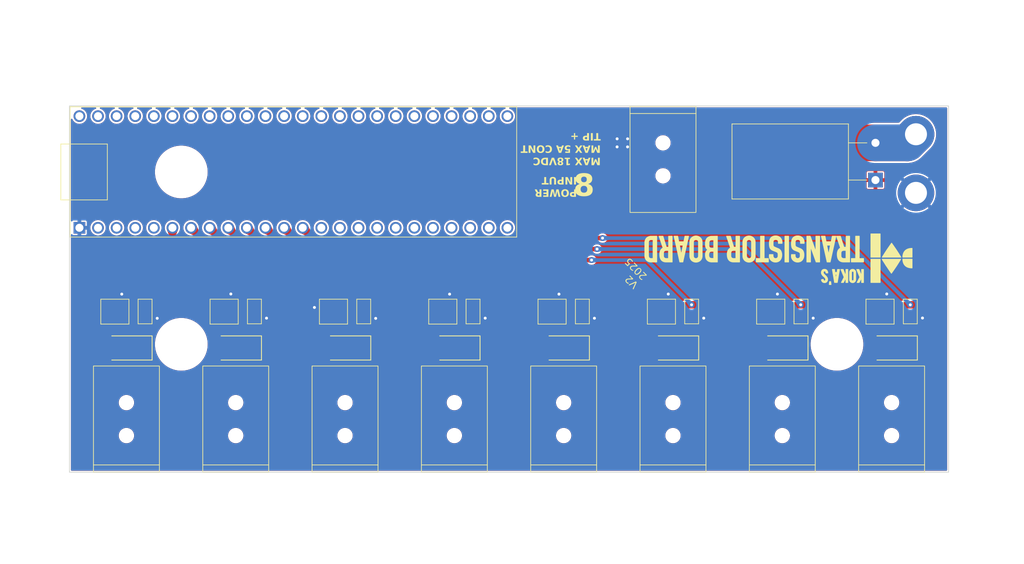
<source format=kicad_pcb>
(kicad_pcb (version 20240108) (generator "pcbnew") (generator_version "8.0")
  (layers (0 "F.Cu" signal) (31 "B.Cu" signal) (34 "B.Paste" user) (35 "F.Paste" user) (36 "B.SilkS" user "B.Silkscreen") (37 "F.SilkS" user "F.Silkscreen") (38 "B.Mask" user) (39 "F.Mask" user) (44 "Edge.Cuts" user))
  (net 0 "")
  (net 1 "9V+")
  (net 2 "Net-(D2-A)")
  (net 3 "GND")
  (net 4 "pwm_1")
  (net 5 "Net-(D6-A)")
  (net 6 "Net-(D7-A)")
  (net 7 "Net-(D8-A)")
  (net 8 "Net-(D9-A)")
  (net 9 "Net-(D10-A)")
  (net 10 "Net-(D11-A)")
  (net 11 "Net-(D12-A)")
  (net 12 "Net-(D13-A)")
  (net 20 "pwm_2")
  (net 45 "pwm_3")
  (net 46 "pwm_4")
  (net 47 "pwm_5")
  (net 48 "pwm_6")
  (net 49 "pwm_7")
  (net 50 "pwm_8")
  (net 52 "pwm_9")
  (footprint "Diode_SMD:D_SMA" (layer "F.Cu") (at 176.598856 123 180)
    (property "Reference" "D8" (hide yes))
    (property "Value" "SS54" (hide yes))
  )
  (footprint "Connector_BarrelJack:DC-005-5A-2.0-SMT" (layer "F.Cu") (at 221.36314 123.959 180)
    (property "Reference" "J6" (hide yes))
    (property "Value" "Barrel_Jack_Switch")
  )
  (footprint "Teensy:Teensy41" (layer "F.Cu") (at 169.55 98.974)
    (property "Reference" "U1" (hide yes))
    (property "Value" "Teensy4.1" (hide yes))
  )
  (footprint "MountingHole:MountingHole_3.2mm_M3" (layer "F.Cu") (at 154.25 122.5)
    (property "Reference" "REF**" (hide yes))
    (property "Value" "MountingHole_3.2mm_M3")
  )
  (footprint "MountingHole:MountingHole_3.2mm_M3" (layer "F.Cu") (at 154.25 98.974)
    (property "Reference" "REF**" (hide yes))
    (property "Value" "MountingHole_3.2mm_M3")
  )
  (footprint "Diode_SMD:D_SMA" (layer "F.Cu") (at 161.677428 123 180)
    (property "Reference" "D7" (hide yes))
    (property "Value" "SS54" (hide yes))
  )
  (footprint "Connector_BarrelJack:DC-005-5A-2.0-SMT" (layer "F.Cu") (at 161.677428 123.959 180)
    (property "Reference" "J1" (hide yes))
    (property "Value" "Barrel_Jack_Switch")
  )
  (footprint "Package_TO_SOT_SMD:SOT-23" (layer "F.Cu") (at 219.78314 118.0415 180)
    (property "Reference" "Q10" (hide yes))
    (property "Value" "AO3400A" (hide yes))
  )
  (footprint "MountingHole:MountingHole_3.2mm_M3" (layer "F.Cu") (at 243.75 122.5)
    (property "Reference" "REF**" (hide yes))
    (property "Value" "MountingHole_3.2mm_M3")
  )
  (footprint "Diode_SMD:D_SMA" (layer "F.Cu") (at 146.756 123 180)
    (property "Reference" "D6" (hide yes))
    (property "Value" "SS54" (hide yes))
  )
  (footprint "Package_TO_SOT_SMD:SOT-23" (layer "F.Cu") (at 234.704568 118.0415 180)
    (property "Reference" "Q11" (hide yes))
    (property "Value" "AO3400A" (hide yes))
  )
  (footprint "Resistor_SMD:R_0805_2012Metric" (layer "F.Cu") (at 179.148856 118.0215 -90)
    (property "Reference" "R7" (hide yes))
    (property "Value" "R_Small" (hide yes))
  )
  (footprint "Resistor_SMD:R_0805_2012Metric" (layer "F.Cu") (at 208.991712 118.0215 -90)
    (property "Reference" "R9" (hide yes))
    (property "Value" "R_Small" (hide yes))
  )
  (footprint "Diode_SMD:D_SMA" (layer "F.Cu") (at 221.36314 123 180)
    (property "Reference" "D11" (hide yes))
    (property "Value" "SS54" (hide yes))
  )
  (footprint "Resistor_SMD:R_0805_2012Metric" (layer "F.Cu") (at 194.070284 118.0215 -90)
    (property "Reference" "R8" (hide yes))
    (property "Value" "R_Small" (hide yes))
  )
  (footprint "Diode_SMD:D_SMA" (layer "F.Cu") (at 236.284568 123 180)
    (property "Reference" "D12" (hide yes))
    (property "Value" "SS54" (hide yes))
  )
  (footprint "Diode_SMD:D_SMA" (layer "F.Cu") (at 251.206 123 180)
    (property "Reference" "D13" (hide yes))
    (property "Value" "SS54" (hide yes))
  )
  (footprint "Package_TO_SOT_SMD:SOT-23" (layer "F.Cu") (at 249.626 118.0415 180)
    (property "Reference" "Q12" (hide yes))
    (property "Value" "AO3400A" (hide yes))
  )
  (footprint "Connector_BarrelJack:DC-005-5A-2.0-SMT" (layer "F.Cu") (at 220 106)
    (property "Reference" "J9" (hide yes))
    (property "Value" "Barrel_Jack_Switch")
  )
  (footprint "Package_TO_SOT_SMD:SOT-23" (layer "F.Cu") (at 145.176 118.0415 180)
    (property "Reference" "Q5" (hide yes))
    (property "Value" "AO3400A" (hide yes))
  )
  (footprint "Resistor_SMD:R_0805_2012Metric" (layer "F.Cu") (at 164.227428 118.0215 -90)
    (property "Reference" "R6" (hide yes))
    (property "Value" "R_Small" (hide yes))
  )
  (footprint "Package_TO_SOT_THT:TO-220-2_Horizontal_TabDown" (layer "F.Cu") (at 249 100.079999 90)
    (property "Reference" "D2" (hide yes))
    (property "Value" "DIODE" (hide yes))
  )
  (footprint "Package_TO_SOT_SMD:SOT-23" (layer "F.Cu") (at 175.018856 118.0415 180)
    (property "Reference" "Q7" (hide yes))
    (property "Value" "AO3400A" (hide yes))
  )
  (footprint "Connector_BarrelJack:DC-005-5A-2.0-SMT" (layer "F.Cu") (at 251.206 123.959 180)
    (property "Reference" "J8" (hide yes))
    (property "Value" "Barrel_Jack_Switch")
  )
  (footprint "Connector_BarrelJack:DC-005-5A-2.0-SMT" (layer "F.Cu") (at 191.520284 123.959 180)
    (property "Reference" "J4" (hide yes))
    (property "Value" "Barrel_Jack_Switch")
  )
  (footprint "Connector_BarrelJack:DC-005-5A-2.0-SMT" (layer "F.Cu") (at 146.756 123.959 180)
    (property "Reference" "J15" (hide yes))
    (property "Value" "Barrel_Jack_Switch" (hide yes))
  )
  (footprint "Resistor_SMD:R_0805_2012Metric" (layer "F.Cu") (at 149.306 118.0215 -90)
    (property "Reference" "R5" (hide yes))
    (property "Value" "R_Small" (hide yes))
  )
  (footprint "Connector_BarrelJack:DC-005-5A-2.0-SMT" (layer "F.Cu") (at 236.284568 123.959 180)
    (property "Reference" "J7" (hide yes))
    (property "Value" "Barrel_Jack_Switch")
  )
  (footprint "Resistor_SMD:R_0805_2012Metric" (layer "F.Cu") (at 238.834568 118.0215 -90)
    (property "Reference" "R11" (hide yes))
    (property "Value" "R_Small" (hide yes))
  )
  (footprint "Resistor_SMD:R_0805_2012Metric" (layer "F.Cu") (at 223.91314 118.0215 -90)
    (property "Reference" "R10" (hide yes))
    (property "Value" "R_Small" (hide yes))
  )
  (footprint "Connector_BarrelJack:DC-005-5A-2.0-SMT" (layer "F.Cu") (at 206.441712 123.959 180)
    (property "Reference" "J5" (hide yes))
    (property "Value" "Barrel_Jack_Switch")
  )
  (footprint "Package_TO_SOT_SMD:SOT-23" (layer "F.Cu") (at 189.940284 118.0415 180)
    (property "Reference" "Q8" (hide yes))
    (property "Value" "AO3400A" (hide yes))
  )
  (footprint "Package_TO_SOT_SMD:SOT-23" (layer "F.Cu") (at 160.097428 118.0415 180)
    (property "Reference" "Q6" (hide yes))
    (property "Value" "AO3400A" (hide yes))
  )
  (footprint "Diode_SMD:D_SMA" (layer "F.Cu") (at 191.520284 123 180)
    (property "Reference" "D9" (hide yes))
    (property "Value" "SS54" (hide yes))
  )
  (footprint "Diode_SMD:D_SMA" (layer "F.Cu") (at 206.441712 123 180)
    (property "Reference" "D10" (hide yes))
    (property "Value" "SS54" (hide yes))
  )
  (footprint "Connector_PinHeader_2.54mm:PinHeader_1x02_P2.54mm_Vertical" (layer "F.Cu") (at 254.531 97.828532 180)
    (property "Reference" "J14" (hide yes))
    (property "Value" "Conn_01x02_Female" (hide yes))
  )
  (footprint "Connector_BarrelJack:DC-005-5A-2.0-SMT" (layer "F.Cu") (at 176.598856 123.959 180)
    (property "Reference" "J3" (hide yes))
    (property "Value" "Barrel_Jack_Switch")
  )
  (footprint "Resistor_SMD:R_0805_2012Metric" (layer "F.Cu") (at 253.756 118.0215 -90)
    (property "Reference" "R12" (hide yes))
    (property "Value" "R_Small" (hide yes))
  )
  (footprint "Package_TO_SOT_SMD:SOT-23" (layer "F.Cu") (at 204.861712 118.0415 180)
    (property "Reference" "Q9" (hide yes))
    (property "Value" "AO3400A" (hide yes))
  )
  (gr_poly (pts (xy 229.600193 111.265664) (xy 229.547198 111.262568) (xy 229.495921 111.257415) (xy 229.446365 111.250209) (xy 229.398529 111.240953) (xy 229.352418 111.229654) (xy 229.308028 111.216313) (xy 229.265364 111.200939) (xy 229.224424 111.183533) (xy 229.185213 111.164101) (xy 229.147731 111.142648) (xy 229.111979 111.119177) (xy 229.077958 111.093693) (xy 229.04567 111.066201) (xy 229.015116 111.036706) (xy 228.986298 111.005211) (xy 228.959217 110.971722) (xy 228.933871 110.936242) (xy 228.910267 110.898776) (xy 228.888402 110.859331) (xy 228.86828 110.817909) (xy 228.849899 110.774514) (xy 228.833263 110.729152) (xy 228.818374 110.681827) (xy 228.80523 110.632544) (xy 228.793836 110.581306) (xy 228.78419 110.528119) (xy 228.776298 110.472988) (xy 228.770153 110.415916) (xy 228.765765 110.356908) (xy 228.76313 110.295969) (xy 228.762254 110.233103) (xy 228.761943 110.199123) (xy 228.762514 110.165186) (xy 228.763959 110.13131) (xy 228.766278 110.09751) (xy 228.769467 110.063804) (xy 228.773521 110.030208) (xy 228.77844 109.996738) (xy 228.784218 109.963411) (xy 228.790853 109.930245) (xy 228.798344 109.897254) (xy 228.806684 109.864459) (xy 228.815873 109.831873) (xy 228.825908 109.799512) (xy 228.836782 109.767395) (xy 228.848494 109.735538) (xy 228.861043 109.703958) (xy 228.875295 109.675222) (xy 228.890735 109.64723) (xy 228.907333 109.620013) (xy 228.925054 109.593604) (xy 228.943868 109.568033) (xy 228.963741 109.543334) (xy 228.984645 109.519536) (xy 229.006549 109.496673) (xy 229.029415 109.474775) (xy 229.053217 109.453875) (xy 229.077922 109.434003) (xy 229.103496 109.415193) (xy 229.12991 109.397475) (xy 229.157132 109.380882) (xy 229.18513 109.365444) (xy 229.213871 109.351196) (xy 228.670513 107.742595) (xy 229.203287 107.742595) (xy 229.654904 109.241839) (xy 229.958332 109.241839) (xy 229.958331 107.739065) (xy 230.452299 107.739065) (xy 230.452299 109.686324) (xy 229.947757 109.686324) (xy 229.654904 109.686324) (xy 229.641309 109.686049) (xy 229.627727 109.686141) (xy 229.614168 109.686598) (xy 229.600638 109.687418) (xy 229.587146 109.6886) (xy 229.573697 109.690143) (xy 229.560299 109.692046) (xy 229.546959 109.694307) (xy 229.533687 109.696923) (xy 229.520484 109.699897) (xy 229.507362 109.703224) (xy 229.494328 109.706904) (xy 229.481388 109.710935) (xy 229.46855 109.715316) (xy 229.45582 109.720046) (xy 229.443208 109.725123) (xy 229.433895 109.729636) (xy 229.424765 109.734454) (xy 229.415822 109.739575) (xy 229.407073 109.744992) (xy 229.398524 109.750701) (xy 229.390183 109.756692) (xy 229.382056 109.762963) (xy 229.374152 109.769505) (xy 229.366475 109.776314) (xy 229.359033 109.783383) (xy 229.351835 109.790709) (xy 229.344884 109.798282) (xy 229.338191 109.806099) (xy 229.331759 109.814152) (xy 229.325598 109.822437) (xy 229.319715 109.830948) (xy 229.31476 109.840949) (xy 229.310021 109.851045) (xy 229.305495 109.86123) (xy 229.301188 109.871502) (xy 229.297098 109.881859) (xy 229.293226 109.892296) (xy 229.289576 109.902807) (xy 229.286145 109.913391) (xy 229.282937 109.924047) (xy 229.279951 109.934767) (xy 229.27719 109.94555) (xy 229.274653 109.956392) (xy 229.272343 109.967289) (xy 229.270262 109.978237) (xy 229.268406 109.989236) (xy 229.266782 110.000278) (xy 229.264845 110.029792) (xy 229.263462 110.059329) (xy 229.262633 110.088883) (xy 229.262359 110.118446) (xy 229.262636 110.148009) (xy 229.263466 110.177566) (xy 229.264852 110.207106) (xy 229.266791 110.236623) (xy 229.264883 110.266144) (xy 229.263522 110.295687) (xy 229.262703 110.325244) (xy 229.262431 110.354811) (xy 229.262703 110.384375) (xy 229.263523 110.413932) (xy 229.264883 110.443473) (xy 229.266792 110.47299) (xy 229.268362 110.484437) (xy 229.270232 110.495826) (xy 229.272398 110.507149) (xy 229.274862 110.518401) (xy 229.277619 110.529577) (xy 229.280668 110.54067) (xy 229.284009 110.551675) (xy 229.287633 110.562588) (xy 229.291545 110.573402) (xy 229.295742 110.58411) (xy 229.300219 110.594708) (xy 229.304977 110.605189) (xy 229.310014 110.615548) (xy 229.315324 110.625781) (xy 229.320909 110.63588) (xy 229.326766 110.645841) (xy 229.343396 110.664774) (xy 229.361064 110.682485) (xy 229.379706 110.698947) (xy 229.399251 110.714133) (xy 229.419632 110.728014) (xy 229.44078 110.740566) (xy 229.462631 110.751761) (xy 229.485114 110.761569) (xy 229.508161 110.769966) (xy 229.531704 110.776924) (xy 229.555678 110.782416) (xy 229.580012 110.786415) (xy 229.604639 110.788893) (xy 229.629493 110.789823) (xy 229.654505 110.789178) (xy 229.679604 110.786933) (xy 229.947757 110.786944) (xy 229.947757 109.686324) (xy 230.452299 109.686324) (xy 230.4523 111.266695) (xy 229.654904 111.266696)) (stroke (width 0.1)) (fill solid) (layer "F.SilkS"))
  (gr_poly (pts (xy 241.612221 107.739065) (xy 242.116762 107.739065) (xy 242.264955 108.493983) (xy 242.952972 108.493983) (xy 243.101165 107.739065) (xy 243.605705 107.739065) (xy 243.33111 108.970204) (xy 242.85066 108.970205) (xy 242.356694 108.970205) (xy 242.603676 110.247206) (xy 242.85066 108.970205) (xy 243.33111 108.970204) (xy 242.818896 111.266696) (xy 242.399031 111.266695)) (stroke (width 0.1)) (fill solid) (layer "F.SilkS"))
  (gr_poly (pts (xy 242.024391 114.084913) (xy 242.008261 114.083899) (xy 241.992198 114.082333) (xy 241.976219 114.080219) (xy 241.960334 114.077559) (xy 241.94456 114.074358) (xy 241.92891 114.07062) (xy 241.913397 114.066348) (xy 241.898034 114.061544) (xy 241.882838 114.056213) (xy 241.867819 114.050359) (xy 241.852994 114.043984) (xy 241.838375 114.037092) (xy 241.823979 114.029688) (xy 241.809815 114.021777) (xy 241.79985 114.014995) (xy 241.790128 114.00791) (xy 241.780654 114.000529) (xy 241.771432 113.992857) (xy 241.76247 113.984902) (xy 241.753774 113.976672) (xy 241.745349 113.96817) (xy 241.737203 113.959406) (xy 241.729342 113.950387) (xy 241.721772 113.941118) (xy 241.7145 113.931608) (xy 241.707528 113.921862) (xy 241.700868 113.911886) (xy 241.694522 113.901692) (xy 241.688499 113.891281) (xy 241.682802 113.880662) (xy 241.676354 113.868816) (xy 241.670254 113.856809) (xy 241.664507 113.844647) (xy 241.659113 113.832339) (xy 241.654074 113.819893) (xy 241.649396 113.807315) (xy 241.645076 113.794615) (xy 241.641121 113.7818) (xy 241.63753 113.768878) (xy 241.634307 113.755856) (xy 241.631453 113.742742) (xy 241.628971 113.729545) (xy 241.626865 113.716272) (xy 241.625136 113.702931) (xy 241.623785 113.689529) (xy 241.622817 113.676075) (xy 241.880384 113.626683) (xy 241.881044 113.638245) (xy 241.882168 113.649738) (xy 241.883752 113.661148) (xy 241.88579 113.672463) (xy 241.888276 113.683669) (xy 241.891207 113.694753) (xy 241.89458 113.705702) (xy 241.898385 113.716503) (xy 241.90262 113.727144) (xy 241.907282 113.737609) (xy 241.912361 113.747888) (xy 241.917857 113.757966) (xy 241.923762 113.767831) (xy 241.930074 113.777468) (xy 241.936784 113.786868) (xy 241.94389 113.796013) (xy 241.948839 113.801809) (xy 241.954099 113.807252) (xy 241.959651 113.812336) (xy 241.965478 113.817051) (xy 241.971557 113.821389) (xy 241.977871 113.825342) (xy 241.9844 113.828902) (xy 241.991127 113.83206) (xy 241.998032 113.834808) (xy 242.005096 113.837138) (xy 242.012297 113.839042) (xy 242.01962 113.84051) (xy 242.027045 113.841537) (xy 242.034551 113.842112) (xy 242.042121 113.842227) (xy 242.049735 113.841874) (xy 242.058619 113.841932) (xy 242.067397 113.841342) (xy 242.076038 113.840122) (xy 242.084514 113.838289) (xy 242.092795 113.835861) (xy 242.100853 113.832855) (xy 242.108657 113.829289) (xy 242.11618 113.825179) (xy 242.123389 113.820544) (xy 242.130254 113.815401) (xy 242.136751 113.809767) (xy 242.142847 113.80366) (xy 242.148516 113.797097) (xy 242.153721 113.790096) (xy 242.158442 113.782673) (xy 242.162642 113.774848) (xy 242.166496 113.76749) (xy 242.170105 113.760028) (xy 242.173472 113.752465) (xy 242.176596 113.74481) (xy 242.17947 113.737066) (xy 242.182098 113.729243) (xy 242.184476 113.721344) (xy 242.186602 113.713375) (xy 242.188475 113.705343) (xy 242.190095 113.697256) (xy 242.191457 113.689116) (xy 242.192563 113.680931) (xy 242.193412 113.672705) (xy 242.193999 113.664449) (xy 242.194323 113.656164) (xy 242.194385 113.647858) (xy 242.193315 113.630367) (xy 242.191457 113.613006) (xy 242.188823 113.5958) (xy 242.185422 113.578773) (xy 242.181264 113.561951) (xy 242.17636 113.545358) (xy 242.17072 113.529018) (xy 242.164355 113.512954) (xy 242.157274 113.497195) (xy 242.149488 113.48176) (xy 242.141007 113.466678) (xy 242.131844 113.451971) (xy 242.122006 113.437664) (xy 242.111504 113.423782) (xy 242.100349 113.410349) (xy 242.088551 113.397389) (xy 242.075 113.381814) (xy 242.061019 113.366639) (xy 242.046615 113.351877) (xy 242.031797 113.337532) (xy 242.016578 113.323614) (xy 242.000965 113.310133) (xy 241.984966 113.297096) (xy 241.968591 113.284512) (xy 241.845099 113.171626) (xy 241.833904 113.160934) (xy 241.822926 113.150035) (xy 241.812167 113.138932) (xy 241.801627 113.12763) (xy 241.791313 113.11613) (xy 241.781223 113.104437) (xy 241.771364 113.092553) (xy 241.761737 113.080484) (xy 241.752344 113.068231) (xy 241.743189 113.055798) (xy 241.734273 113.043188) (xy 241.7256 113.030404) (xy 241.717172 113.017452) (xy 241.708993 113.004333) (xy 241.701062 112.991052) (xy 241.693387 112.97761) (xy 241.68693 112.967029) (xy 241.680764 112.956447) (xy 241.674844 112.945864) (xy 241.669132 112.935281) (xy 241.658159 112.914115) (xy 241.647517 112.892951) (xy 241.640641 112.872361) (xy 241.634461 112.85157) (xy 241.628983 112.830596) (xy 241.62421 112.809459) (xy 241.620145 112.788174) (xy 241.61679 112.766759) (xy 241.614151 112.745232) (xy 241.612232 112.72361) (xy 241.61219 112.702103) (xy 241.613013 112.680673) (xy 241.614691 112.659347) (xy 241.617219 112.638145) (xy 241.620588 112.617096) (xy 241.624792 112.596222) (xy 241.629821 112.575551) (xy 241.635671 112.555103) (xy 241.64233 112.534906) (xy 241.649794 112.514983) (xy 241.658055 112.495359) (xy 241.667103 112.476058) (xy 241.676933 112.457105) (xy 241.687536 112.438526) (xy 241.698906 112.420344) (xy 241.711034 112.402583) (xy 241.720106 112.391463) (xy 241.729596 112.380751) (xy 241.739486 112.370458) (xy 241.749763 112.360594) (xy 241.760416 112.351167) (xy 241.771424 112.342186) (xy 241.782776 112.333664) (xy 241.794458 112.325608) (xy 241.806456 112.318029) (xy 241.818752 112.310936) (xy 241.831335 112.304338) (xy 241.844187 112.298244) (xy 241.857298 112.292666) (xy 241.87065 112.287612) (xy 241.884229 112.283091) (xy 241.898021 112.279113) (xy 241.916144 112.274131) (xy 241.934418 112.269811) (xy 241.952825 112.266155) (xy 241.971347 112.263168) (xy 241.989964 112.260852) (xy 242.00866 112.25921) (xy 242.027416 112.258245) (xy 242.046215 112.257959) (xy 242.063643 112.257824) (xy 242.081016 112.258382) (xy 242.09831 112.259625) (xy 242.11551 112.261547) (xy 242.132593 112.264145) (xy 242.14954 112.26741) (xy 242.166333 112.271338) (xy 242.182952 112.275924) (xy 242.199378 112.28116) (xy 242.215591 112.287041) (xy 242.231571 112.293562) (xy 242.247298 112.300717) (xy 242.262755 112.3085) (xy 242.277922 112.316905) (xy 242.292777 112.325926) (xy 242.307304 112.335558) (xy 242.318222 112.344311) (xy 242.328857 112.353371) (xy 242.339206 112.362731) (xy 242.349262 112.372383) (xy 242.359015 112.382323) (xy 242.368467 112.392537) (xy 242.377604 112.403026) (xy 242.386428 112.413778) (xy 242.394927 112.424785) (xy 242.403099 112.436041) (xy 242.410937 112.447542) (xy 242.418434 112.459276) (xy 242.425586 112.471238) (xy 242.432387 112.48342) (xy 242.43883 112.495817) (xy 242.444911 112.508419) (xy 242.451487 112.523733) (xy 242.457691 112.539182) (xy 242.463525 112.554761) (xy 242.468987 112.570461) (xy 242.474075 112.586277) (xy 242.478787 112.602202) (xy 242.483121 112.618229) (xy 242.487077 112.63435) (xy 242.490652 112.650561) (xy 242.493845 112.666854) (xy 242.496655 112.683221) (xy 242.49908 112.699657) (xy 242.501118 112.716155) (xy 242.502767 112.732707) (xy 242.504027 112.749308) (xy 242.504896 112.765951) (xy 242.247327 112.76594) (xy 242.246424 112.750843) (xy 242.24494 112.735833) (xy 242.242875 112.720926) (xy 242.240242 112.706136) (xy 242.237042 112.691482) (xy 242.233281 112.676978) (xy 242.228967 112.66264) (xy 242.224106 112.648484) (xy 242.218701 112.634526) (xy 242.21276 112.620782) (xy 242.206289 112.607268) (xy 242.199293 112.593999) (xy 242.191777 112.580992) (xy 242.183749 112.568262) (xy 242.175212 112.555825) (xy 242.166175 112.543696) (xy 242.160935 112.537377) (xy 242.155365 112.531417) (xy 242.149483 112.525826) (xy 242.143308 112.520613) (xy 242.136859 112.515788) (xy 242.130157 112.511358) (xy 242.123216 112.507333) (xy 242.11606 112.503721) (xy 242.108706 112.500532) (xy 242.10117 112.497773) (xy 242.093477 112.495457) (xy 242.085642 112.493589) (xy 242.077683 112.492179) (xy 242.069623 112.491235) (xy 242.061477 112.490768) (xy 242.053266 112.490785) (xy 242.04227 112.491759) (xy 242.031435 112.493418) (xy 242.020793 112.495743) (xy 242.010366 112.498718) (xy 242.000185 112.502328) (xy 241.990276 112.506553) (xy 241.980666 112.511379) (xy 241.971382 112.516786) (xy 241.962455 112.522759) (xy 241.953903 112.529281) (xy 241.945762 112.536333) (xy 241.938056 112.543902) (xy 241.930813 112.551965) (xy 241.924058 112.560512) (xy 241.917822 112.569521) (xy 241.912127 112.578975) (xy 241.908779 112.585754) (xy 241.905664 112.592629) (xy 241.902784 112.599592) (xy 241.900143 112.606637) (xy 241.897742 112.613758) (xy 241.895579 112.62095) (xy 241.893656 112.628206) (xy 241.891978 112.635521) (xy 241.890542 112.642886) (xy 241.889353 112.650297) (xy 241.888409 112.657748) (xy 241.887715 112.665232) (xy 241.887267 112.672745) (xy 241.887072 112.680278) (xy 241.887128 112.687826) (xy 241.887437 112.695383) (xy 241.888354 112.711092) (xy 241.890023 112.726674) (xy 241.892432 112.742103) (xy 241.895572 112.757355) (xy 241.899431 112.772407) (xy 241.904 112.787231) (xy 241.909262 112.801806) (xy 241.915213 112.816104) (xy 241.921839 112.830103) (xy 241.92913 112.843777) (xy 241.937074 112.857102) (xy 241.945661 112.870053) (xy 241.95488 112.882606) (xy 241.964721 112.894735) (xy 241.975171 112.906416) (xy 241.986217 112.917626) (xy 242.222628 113.153982) (xy 242.236346 113.167031) (xy 242.249808 113.180329) (xy 242.263011 113.193872) (xy 242.275952 113.207653) (xy 242.288626 113.221673) (xy 242.301032 113.235923) (xy 242.313167 113.250402) (xy 242.325024 113.265105) (xy 242.336606 113.280029) (xy 242.347905 113.295168) (xy 242.35892 113.31052) (xy 242.369646 113.326081) (xy 242.380082 113.341846) (xy 242.390225 113.357811) (xy 242.400069 113.373973) (xy 242.409614 113.390327) (xy 242.417248 113.404834) (xy 242.424406 113.419551) (xy 242.431088 113.434462) (xy 242.437289 113.449557) (xy 242.443005 113.464827) (xy 242.448237 113.480256) (xy 242.452978 113.495834) (xy 242.457226 113.511549) (xy 242.460979 113.527389) (xy 242.464234 113.543344) (xy 242.466987 113.5594) (xy 242.469237 113.575546) (xy 242.470979 113.59177) (xy 242.472211 113.608062) (xy 242.47293 113.624407) (xy 242.473132 113.640796) (xy 242.473652 113.66751) (xy 242.472589 113.694039) (xy 242.469972 113.720321) (xy 242.46583 113.746294) (xy 242.460192 113.771893) (xy 242.453083 113.797061) (xy 242.444533 113.821732) (xy 242.434568 113.845846) (xy 242.423219 113.869338) (xy 242.41051 113.892148) (xy 242.396471 113.914213) (xy 242.381133 113.935472) (xy 242.364515 113.955861) (xy 242.346654 113.975319) (xy 242.327573 113.993784) (xy 242.307303 114.011193) (xy 242.293321 114.02033) (xy 242.279033 114.02889) (xy 242.264455 114.03687) (xy 242.249605 114.044262) (xy 242.234502 114.051063) (xy 242.219163 114.057267) (xy 242.203608 114.062867) (xy 242.187852 114.067859) (xy 242.171916 114.07224) (xy 242.155816 114.076) (xy 242.139572 114.079137) (xy 242.123199 114.081644) (xy 242.106718 114.083515) (xy 242.090144 114.084748) (xy 242.073499 114.085335) (xy 242.056799 114.08527) (xy 242.040574 114.085371)) (stroke (width 0.1)) (fill solid) (layer "F.SilkS"))
  (gr_poly (pts (xy 242.73069 113.940637) (xy 242.896518 113.940637) (xy 242.938856 114.346312) (xy 242.688352 114.346312)) (stroke (width 0.1)) (fill solid) (layer "F.SilkS"))
  (gr_poly (pts (xy 221.504578 107.739065) (xy 222.00912 107.739065) (xy 222.157309 108.493983) (xy 222.841796 108.493983) (xy 222.99351 107.739065) (xy 223.498062 107.739065) (xy 223.223465 108.970205) (xy 222.743017 108.970205) (xy 222.249049 108.970205) (xy 222.496033 110.247206) (xy 222.743017 108.970205) (xy 223.223465 108.970205) (xy 222.711252 111.266695) (xy 222.291386 111.266695)) (stroke (width 0.1)) (fill solid) (layer "F.SilkS"))
  (gr_poly (pts (xy 243.11527 112.279125) (xy 243.415175 112.279125) (xy 243.478681 112.688332) (xy 243.750366 112.688332) (xy 243.817403 112.279125) (xy 244.096141 112.279125) (xy 243.982207 112.949373) (xy 243.711561 112.949373) (xy 243.510445 112.949373) (xy 243.609236 113.654899) (xy 243.711561 112.949373) (xy 243.982207 112.949373) (xy 243.792715 114.064105) (xy 243.415175 114.064105)) (stroke (width 0.1)) (fill solid) (layer "F.SilkS"))
  (gr_poly (pts (xy 244.619739 111.265664) (xy 244.566473 111.262567) (xy 244.514963 111.257415) (xy 244.465207 111.250209) (xy 244.417207 111.240953) (xy 244.370963 111.229654) (xy 244.326469 111.216313) (xy 244.283728 111.200939) (xy 244.24274 111.183533) (xy 244.203506 111.164101) (xy 244.166018 111.142648) (xy 244.130284 111.119177) (xy 244.096298 111.093693) (xy 244.06406 111.066201) (xy 244.033571 111.036705) (xy 244.00483 111.005211) (xy 243.977835 110.971722) (xy 243.952587 110.936242) (xy 243.929084 110.898776) (xy 243.907327 110.859331) (xy 243.887314 110.817909) (xy 243.869044 110.774514) (xy 243.852518 110.729151) (xy 243.837734 110.681827) (xy 243.824691 110.632544) (xy 243.81339 110.581305) (xy 243.80383 110.52812) (xy 243.796007 110.472988) (xy 243.789926 110.415916) (xy 243.785583 110.356908) (xy 243.782976 110.295969) (xy 243.782109 110.233103) (xy 243.78159 110.199166) (xy 243.78195 110.165268) (xy 243.783183 110.131423) (xy 243.785286 110.097651) (xy 243.788258 110.063966) (xy 243.792095 110.030384) (xy 243.796793 109.996924) (xy 243.802351 109.963601) (xy 243.808766 109.930432) (xy 243.816032 109.897433) (xy 243.824147 109.864623) (xy 243.833111 109.832016) (xy 243.84292 109.799628) (xy 243.853569 109.76748) (xy 243.865057 109.735584) (xy 243.877379 109.703958) (xy 243.891917 109.675436) (xy 243.907595 109.647639) (xy 243.924384 109.620595) (xy 243.942253 109.594338) (xy 243.961174 109.568895) (xy 243.981115 109.544294) (xy 244.002049 109.520567) (xy 244.023944 109.497743) (xy 244.046771 109.47585) (xy 244.070504 109.45492) (xy 244.095107 109.434981) (xy 244.120556 109.416064) (xy 244.146819 109.398195) (xy 244.173865 109.38141) (xy 244.201668 109.365733) (xy 244.230195 109.351195) (xy 243.683317 107.742596) (xy 244.219611 107.742596) (xy 244.688866 109.24537) (xy 244.988773 109.24537) (xy 244.988772 107.742596) (xy 245.482739 107.739065) (xy 245.482739 109.686325) (xy 244.978198 109.686324) (xy 244.69241 109.686325) (xy 244.678813 109.686049) (xy 244.665232 109.686141) (xy 244.651673 109.686598) (xy 244.638144 109.687418) (xy 244.624651 109.6886) (xy 244.611202 109.690143) (xy 244.597805 109.692046) (xy 244.584464 109.694307) (xy 244.57119 109.696923) (xy 244.557989 109.699897) (xy 244.544868 109.703224) (xy 244.531832 109.706904) (xy 244.518892 109.710935) (xy 244.506054 109.715316) (xy 244.493325 109.720046) (xy 244.48071 109.725123) (xy 244.471282 109.729459) (xy 244.462045 109.734132) (xy 244.453005 109.739133) (xy 244.444171 109.744456) (xy 244.435553 109.750094) (xy 244.427158 109.75604) (xy 244.418992 109.762288) (xy 244.411065 109.768831) (xy 244.403386 109.77566) (xy 244.395961 109.782772) (xy 244.388798 109.790157) (xy 244.381906 109.797808) (xy 244.375294 109.80572) (xy 244.368967 109.813885) (xy 244.362937 109.822297) (xy 244.357209 109.830948) (xy 244.351744 109.84079) (xy 244.346531 109.850754) (xy 244.34157 109.860834) (xy 244.336864 109.871026) (xy 244.332411 109.881325) (xy 244.328217 109.891726) (xy 244.324281 109.902223) (xy 244.320605 109.912814) (xy 244.317191 109.923492) (xy 244.31404 109.934255) (xy 244.311154 109.945092) (xy 244.308536 109.956002) (xy 244.306187 109.966982) (xy 244.304108 109.978024) (xy 244.302299 109.989124) (xy 244.300766 110.000278) (xy 244.299401 110.029808) (xy 244.298427 110.059351) (xy 244.297843 110.088901) (xy 244.297648 110.118456) (xy 244.297842 110.14801) (xy 244.298427 110.177561) (xy 244.299402 110.207103) (xy 244.300766 110.236634) (xy 244.299437 110.266168) (xy 244.298488 110.295713) (xy 244.297918 110.325265) (xy 244.297728 110.354821) (xy 244.297918 110.384378) (xy 244.298488 110.413928) (xy 244.299437 110.44347) (xy 244.300765 110.473001) (xy 244.302621 110.484374) (xy 244.304736 110.495692) (xy 244.30711 110.50695) (xy 244.309739 110.518142) (xy 244.312623 110.529265) (xy 244.315762 110.540314) (xy 244.319151 110.551287) (xy 244.322789 110.562177) (xy 244.32668 110.572982) (xy 244.330814 110.583695) (xy 244.335196 110.594315) (xy 244.339823 110.604835) (xy 244.344691 110.615251) (xy 244.349802 110.625562) (xy 244.355151 110.635759) (xy 244.36074 110.645841) (xy 244.377563 110.664487) (xy 244.395382 110.681944) (xy 244.414133 110.698183) (xy 244.43375 110.71318) (xy 244.454171 110.726909) (xy 244.475332 110.739344) (xy 244.49717 110.750461) (xy 244.519618 110.760232) (xy 244.542617 110.768635) (xy 244.566098 110.775639) (xy 244.589999 110.781225) (xy 244.614257 110.785363) (xy 244.638809 110.788028) (xy 244.663589 110.789195) (xy 244.688532 110.788838) (xy 244.713578 110.786933) (xy 244.978198 110.786944) (xy 244.978198 109.686324) (xy 245.482739 109.686325) (xy 245.482739 111.266695) (xy 244.674762 111.266695)) (stroke (width 0.1)) (fill solid) (layer "F.SilkS"))
  (gr_poly (pts (xy 245.863661 114.088182) (xy 245.842502 114.086518) (xy 245.821528 114.083824) (xy 245.800773 114.080116) (xy 245.780271 114.075408) (xy 245.760058 114.069716) (xy 245.740169 114.063052) (xy 245.720641 114.055431) (xy 245.701506 114.04687) (xy 245.6828 114.037382) (xy 245.664557 114.026981) (xy 245.646817 114.015683) (xy 245.629607 114.003503) (xy 245.612969 113.990455) (xy 245.596935 113.976553) (xy 245.581541 113.961812) (xy 245.566897 113.946676) (xy 245.553106 113.930887) (xy 245.540183 113.914482) (xy 245.528143 113.897501) (xy 245.517002 113.879976) (xy 245.506773 113.861946) (xy 245.497473 113.843448) (xy 245.489118 113.824518) (xy 245.481722 113.805194) (xy 245.475297 113.785512) (xy 245.469863 113.765509) (xy 245.465434 113.745221) (xy 245.462024 113.724685) (xy 245.459647 113.703939) (xy 245.458322 113.683019) (xy 245.458061 113.66196) (xy 245.458049 112.684812) (xy 245.458996 112.656367) (xy 245.4618 112.628273) (xy 245.466424 112.600605) (xy 245.472823 112.573443) (xy 245.480946 112.546861) (xy 245.490755 112.520942) (xy 245.502198 112.495759) (xy 245.515236 112.471394) (xy 245.529825 112.447921) (xy 245.545915 112.425419) (xy 245.563461 112.403966) (xy 245.582422 112.38364) (xy 245.602752 112.364518) (xy 245.624405 112.346679) (xy 245.647339 112.330199) (xy 245.671503 112.315157) (xy 245.696615 112.301753) (xy 245.722355 112.290136) (xy 245.748634 112.280308) (xy 245.775363 112.272265) (xy 245.802449 112.26601) (xy 245.829807 112.261542) (xy 245.857343 112.258862) (xy 245.884968 112.257968) (xy 245.912593 112.258862) (xy 245.940129 112.261542) (xy 245.967485 112.26601) (xy 245.994573 112.272265) (xy 246.0213 112.280308) (xy 246.04758 112.290137) (xy 246.073321 112.301753) (xy 246.098432 112.315157) (xy 246.110667 112.322494) (xy 246.122598 112.330199) (xy 246.134222 112.338263) (xy 246.14553 112.346679) (xy 246.15652 112.355433) (xy 246.167183 112.364518) (xy 246.177516 112.373924) (xy 246.187513 112.38364) (xy 246.197168 112.393657) (xy 246.206475 112.403966) (xy 246.215429 112.414557) (xy 246.224024 112.425419) (xy 246.232254 112.436544) (xy 246.240114 112.447921) (xy 246.247597 112.459541) (xy 246.2547 112.471394) (xy 246.261415 112.483469) (xy 246.26774 112.495759) (xy 246.273665 112.508253) (xy 246.279185 112.520942) (xy 246.284297 112.533815) (xy 246.288993 112.546862) (xy 246.293271 112.560074) (xy 246.29712 112.573443) (xy 246.300537 112.586956) (xy 246.303517 112.600605) (xy 246.306054 112.614381) (xy 246.308142 112.628273) (xy 246.309778 112.642272) (xy 246.31095 112.656367) (xy 246.31166 112.670551) (xy 246.311826 112.680587) (xy 246.047337 112.680587) (xy 246.046985 112.672888) (xy 246.046219 112.665256) (xy 246.045044 112.657702) (xy 246.043465 112.650246) (xy 246.04149 112.6429) (xy 246.039126 112.63568) (xy 246.03638 112.628603) (xy 246.033255 112.621684) (xy 246.029762 112.614938) (xy 246.025905 112.608381) (xy 246.021691 112.602029) (xy 246.017126 112.595897) (xy 246.012219 112.59) (xy 246.006972 112.584354) (xy 246.001396 112.578976) (xy 245.992822 112.571078) (xy 245.983777 112.563914) (xy 245.974302 112.557493) (xy 245.964445 112.551825) (xy 245.95425 112.546916) (xy 245.943762 112.542778) (xy 245.933029 112.539418) (xy 245.922091 112.536845) (xy 245.910998 112.535069) (xy 245.89979 112.534097) (xy 245.888517 112.533941) (xy 245.877222 112.534607) (xy 245.86595 112.536103) (xy 245.854746 112.538443) (xy 245.843656 112.541631) (xy 245.832723 112.545678) (xy 245.827364 112.548012) (xy 245.822124 112.55053) (xy 245.817009 112.553227) (xy 245.812019 112.556102) (xy 245.80716 112.559145) (xy 245.802433 112.562355) (xy 245.797844 112.565725) (xy 245.793393 112.569252) (xy 245.789086 112.57293) (xy 245.784924 112.576754) (xy 245.78091 112.58072) (xy 245.77705 112.584823) (xy 245.773345 112.589059) (xy 245.769799 112.593422) (xy 245.766417 112.597907) (xy 245.763196 112.602512) (xy 245.760145 112.607229) (xy 245.757267 112.612054) (xy 245.754563 112.616984) (xy 245.752036 112.622012) (xy 245.749691 112.627134) (xy 245.74753 112.632346) (xy 245.745559 112.637642) (xy 245.743776 112.643019) (xy 245.742187 112.64847) (xy 245.740797 112.653992) (xy 245.739607 112.659578) (xy 245.73862 112.665227) (xy 245.73784 112.670931) (xy 245.737271 112.676686) (xy 245.736915 112.682488) (xy 245.736775 112.688332) (xy 245.736775 113.665482) (xy 245.736966 113.673179) (xy 245.737535 113.680823) (xy 245.738477 113.688403) (xy 245.739786 113.695905) (xy 245.741457 113.703316) (xy 245.743487 113.710623) (xy 245.745867 113.717815) (xy 245.748593 113.724879) (xy 245.751661 113.731803) (xy 245.755065 113.73857) (xy 245.758798 113.745173) (xy 245.762858 113.751595) (xy 245.767239 113.757825) (xy 245.771933 113.76385) (xy 245.776938 113.769658) (xy 245.782246 113.775236) (xy 245.787826 113.780544) (xy 245.793633 113.785547) (xy 245.79966 113.790241) (xy 245.805891 113.79462) (xy 245.812314 113.798679) (xy 245.818918 113.802413) (xy 245.825688 113.805815) (xy 245.832613 113.808883) (xy 245.839676 113.811609) (xy 245.846869 113.813989) (xy 245.854179 113.816017) (xy 245.861592 113.817689) (xy 245.869096 113.818997) (xy 245.876676 113.819939) (xy 245.884322 113.820508) (xy 245.892021 113.820697) (xy 245.899701 113.820467) (xy 245.90733 113.819861) (xy 245.914891 113.818884) (xy 245.922373 113.817541) (xy 245.929764 113.815838) (xy 245.937051 113.81378) (xy 245.94422 113.811372) (xy 245.951259 113.808619) (xy 245.958156 113.805528) (xy 245.964899 113.802102) (xy 245.971474 113.798349) (xy 245.977869 113.794272) (xy 245.984073 113.789877) (xy 245.990069 113.785169) (xy 245.995848 113.780154) (xy 246.001397 113.774836) (xy 246.006973 113.769459) (xy 246.012218 113.763813) (xy 246.017126 113.757917) (xy 246.021691 113.751783) (xy 246.025906 113.745431) (xy 246.029762 113.738874) (xy 246.033255 113.732129) (xy 246.036379 113.72521) (xy 246.039126 113.718133) (xy 246.04149 113.710913) (xy 246.043465 113.703566) (xy 246.045043 113.69611) (xy 246.046219 113.688558) (xy 246.046985 113.680925) (xy 246.047337 113.673227) (xy 246.047265 113.665482) (xy 246.047265 112.688332) (xy 246.047337 112.680587) (xy 246.311826 112.680587) (xy 246.311897 112.684811) (xy 246.311898 113.661961) (xy 246.311372 113.683128) (xy 246.309808 113.704151) (xy 246.307218 113.724994) (xy 246.303618 113.745624) (xy 246.299024 113.766005) (xy 246.293444 113.786101) (xy 246.286898 113.805881) (xy 246.279401 113.825305) (xy 246.270964 113.844342) (xy 246.261604 113.862955) (xy 246.251334 113.88111) (xy 246.24017 113.898771) (xy 246.228125 113.915904) (xy 246.215215 113.932473) (xy 246.201453 113.948444) (xy 246.186854 113.963782) (xy 246.171514 113.978378) (xy 246.15554 113.992137) (xy 246.138967 114.005046) (xy 246.121831 114.017089) (xy 246.104167 114.028251) (xy 246.08601 114.038517) (xy 246.067392 114.047877) (xy 246.048353 114.056312) (xy 246.028924 114.063808) (xy 246.009143 114.070352) (xy 245.989042 114.075929) (xy 245.968656 114.080525) (xy 245.948022 114.084124) (xy 245.927175 114.086713) (xy 245.906149 114.088276) (xy 245.884978 114.088802) (xy 245.884968 114.088802)) (stroke (width 0.1)) (fill solid) (layer "F.SilkS"))
  (gr_poly (pts (xy 231.704431 111.289959) (xy 231.665347 111.286909) (xy 231.626461 111.28224) (xy 231.587815 111.275961) (xy 231.549468 111.268084) (xy 231.511463 111.258613) (xy 231.473856 111.247562) (xy 231.43669 111.234938) (xy 231.418089 111.228073) (xy 231.399672 111.220781) (xy 231.381443 111.213066) (xy 231.363414 111.204933) (xy 231.34559 111.196386) (xy 231.327976 111.187429) (xy 231.31058 111.178067) (xy 231.293413 111.168303) (xy 231.276476 111.15814) (xy 231.259777 111.147583) (xy 231.243327 111.136637) (xy 231.22713 111.125305) (xy 231.211193 111.113591) (xy 231.195524 111.1015) (xy 231.18013 111.089035) (xy 231.165018 111.076201) (xy 231.149544 111.061861) (xy 231.134484 111.047128) (xy 231.119847 111.032007) (xy 231.105636 111.016511) (xy 231.091861 111.000646) (xy 231.07853 110.984423) (xy 231.065643 110.967852) (xy 231.053212 110.950942) (xy 231.041246 110.933702) (xy 231.029744 110.916142) (xy 231.01872 110.89827) (xy 231.008178 110.880097) (xy 230.998124 110.861631) (xy 230.988568 110.842884) (xy 230.979511 110.823863) (xy 230.970966 110.804578) (xy 230.961667 110.782363) (xy 230.952977 110.759937) (xy 230.944903 110.737309) (xy 230.937443 110.714492) (xy 230.930601 110.691502) (xy 230.924382 110.668347) (xy 230.918784 110.645043) (xy 230.913814 110.621602) (xy 230.909472 110.598035) (xy 230.905759 110.574358) (xy 230.902682 110.550581) (xy 230.90024 110.526717) (xy 230.898438 110.502779) (xy 230.897275 110.47878) (xy 230.896757 110.454733) (xy 230.896887 110.430648) (xy 230.896874 108.56806) (xy 230.896568 108.543533) (xy 230.896932 108.519039) (xy 230.897964 108.49459) (xy 230.899661 108.470202) (xy 230.902022 108.445887) (xy 230.905041 108.421658) (xy 230.908719 108.397528) (xy 230.91305 108.373513) (xy 230.918035 108.349625) (xy 230.923669 108.325876) (xy 230.929951 108.302281) (xy 230.936876 108.278853) (xy 230.944444 108.255606) (xy 230.952652 108.232552) (xy 230.961497 108.209706) (xy 230.970977 108.187081) (xy 230.979858 108.168574) (xy 230.9892 108.150323) (xy 230.998998 108.132333) (xy 231.009243 108.114615) (xy 231.019933 108.097175) (xy 231.031057 108.080022) (xy 231.042615 108.063164) (xy 231.054595 108.046608) (xy 231.066995 108.030365) (xy 231.079809 108.014441) (xy 231.093027 107.998841) (xy 231.106648 107.98358) (xy 231.120664 107.968659) (xy 231.135068 107.95409) (xy 231.149853 107.939881) (xy 231.165018 107.926039) (xy 231.180105 107.913007) (xy 231.195478 107.900342) (xy 231.211128 107.888047) (xy 231.227049 107.876125) (xy 231.243233 107.864582) (xy 231.259673 107.853422) (xy 231.276365 107.842648) (xy 231.293298 107.832267) (xy 231.310468 107.822278) (xy 231.327867 107.81269) (xy 231.345489 107.803504) (xy 231.363326 107.794726) (xy 231.381371 107.786358) (xy 231.399619 107.778409) (xy 231.41806 107.770878) (xy 231.43669 107.763771) (xy 231.455213 107.757265) (xy 231.473855 107.751151) (xy 231.492606 107.74543) (xy 231.511463 107.740103) (xy 231.530418 107.735171) (xy 231.549467 107.730635) (xy 231.568601 107.726497) (xy 231.587815 107.722758) (xy 231.607101 107.719418) (xy 231.626457 107.71648) (xy 231.645872 107.713944) (xy 231.665344 107.711811) (xy 231.684862 107.710083) (xy 231.704424 107.70876) (xy 231.72402 107.707846) (xy 231.743648 107.707338) (xy 231.78244 107.708761) (xy 231.821087 107.711812) (xy 231.859538 107.716481) (xy 231.897744 107.722759) (xy 231.93565 107.730637) (xy 231.973208 107.740106) (xy 232.010366 107.751158) (xy 232.047074 107.763782) (xy 232.06557 107.770752) (xy 232.083871 107.778165) (xy 232.101967 107.786019) (xy 232.119853 107.794308) (xy 232.137521 107.803027) (xy 232.154959 107.812172) (xy 232.172166 107.821738) (xy 232.189129 107.831722) (xy 232.205843 107.842117) (xy 232.222301 107.85292) (xy 232.238494 107.864126) (xy 232.254416 107.87573) (xy 232.270058 107.887728) (xy 232.285412 107.900116) (xy 232.30047 107.912888) (xy 232.315226 107.92604) (xy 232.330768 107.939694) (xy 232.345913 107.953746) (xy 232.360659 107.968184) (xy 232.374998 107.983002) (xy 232.388921 107.998188) (xy 232.402424 108.013736) (xy 232.415498 108.029636) (xy 232.428138 108.045878) (xy 232.440337 108.062454) (xy 232.452088 108.079355) (xy 232.463385 108.096572) (xy 232.47422 108.114096) (xy 232.484587 108.131916) (xy 232.494478 108.150028) (xy 232.503887 108.168419) (xy 232.512808 108.187081) (xy 232.522288 108.209706) (xy 232.531133 108.232552) (xy 232.539341 108.255606) (xy 232.54691 108.278853) (xy 232.553836 108.30228) (xy 232.560116 108.325876) (xy 232.56575 108.349625) (xy 232.570735 108.373513) (xy 232.575065 108.397529) (xy 232.578744 108.421658) (xy 232.58176 108.445887) (xy 232.58412 108.470201) (xy 232.585815 108.49459) (xy 232.586845 108.519039) (xy 232.587208 108.543532) (xy 232.587133 108.54947) (xy 232.08306 108.549469) (xy 232.082782 108.530959) (xy 232.081541 108.512565) (xy 232.079349 108.494324) (xy 232.076219 108.476266) (xy 232.072164 108.458429) (xy 232.067196 108.440849) (xy 232.061329 108.423561) (xy 232.054575 108.406598) (xy 232.046948 108.389998) (xy 232.03846 108.373794) (xy 232.029125 108.358022) (xy 232.018955 108.342718) (xy 232.007963 108.327915) (xy 231.996163 108.31365) (xy 231.983569 108.299957) (xy 231.970282 108.289664) (xy 231.956666 108.280036) (xy 231.94274 108.271071) (xy 231.928528 108.262771) (xy 231.914052 108.255135) (xy 231.899333 108.248162) (xy 231.884393 108.241854) (xy 231.869255 108.23621) (xy 231.85394 108.23123) (xy 231.838471 108.226913) (xy 231.807157 108.220273) (xy 231.775491 108.216289) (xy 231.743648 108.21496) (xy 231.711805 108.216289) (xy 231.680141 108.220273) (xy 231.648825 108.226913) (xy 231.633357 108.23123) (xy 231.618041 108.23621) (xy 231.602904 108.241855) (xy 231.587963 108.248162) (xy 231.573246 108.255135) (xy 231.558767 108.262772) (xy 231.544555 108.271071) (xy 231.53063 108.280036) (xy 231.517014 108.289663) (xy 231.503728 108.299958) (xy 231.490889 108.313545) (xy 231.478847 108.32772) (xy 231.467614 108.342448) (xy 231.457205 108.357694) (xy 231.447633 108.373421) (xy 231.43891 108.389594) (xy 231.431049 108.406178) (xy 231.424067 108.423137) (xy 231.417976 108.440436) (xy 231.412788 108.458039) (xy 231.408518 108.47591) (xy 231.405179 108.494016) (xy 231.402785 108.512319) (xy 231.401348 108.530784) (xy 231.400885 108.549375) (xy 231.401404 108.56806) (xy 231.401404 110.430648) (xy 231.400884 110.449333) (xy 231.401349 110.467926) (xy 231.402785 110.48639) (xy 231.405179 110.504694) (xy 231.408519 110.522799) (xy 231.412788 110.540671) (xy 231.417976 110.558274) (xy 231.424067 110.575573) (xy 231.431049 110.592532) (xy 231.438909 110.609117) (xy 231.447633 110.625289) (xy 231.457205 110.641016) (xy 231.467614 110.656261) (xy 231.478847 110.670989) (xy 231.490889 110.685165) (xy 231.503728 110.698752) (xy 231.516627 110.710149) (xy 231.529931 110.72081) (xy 231.543615 110.730736) (xy 231.557648 110.739927) (xy 231.572009 110.748382) (xy 231.586664 110.756102) (xy 231.601593 110.763086) (xy 231.616764 110.769336) (xy 231.63215 110.774851) (xy 231.647726 110.77963) (xy 231.663465 110.783674) (xy 231.679339 110.786983) (xy 231.695323 110.789555) (xy 231.711385 110.791394) (xy 231.727503 110.792497) (xy 231.743648 110.792865) (xy 231.759792 110.792497) (xy 231.775909 110.791395) (xy 231.791973 110.789556) (xy 231.807955 110.786983) (xy 231.823829 110.783674) (xy 231.839569 110.77963) (xy 231.855145 110.774851) (xy 231.870532 110.769336) (xy 231.885704 110.763087) (xy 231.90063 110.756101) (xy 231.915288 110.748382) (xy 231.929646 110.739926) (xy 231.943682 110.730735) (xy 231.957364 110.72081) (xy 231.970669 110.710149) (xy 231.983569 110.698753) (xy 231.996163 110.68506) (xy 232.007963 110.670795) (xy 232.018955 110.655991) (xy 232.029125 110.640687) (xy 232.03846 110.624915) (xy 232.046948 110.608711) (xy 232.054575 110.592111) (xy 232.061329 110.575149) (xy 232.067196 110.55786) (xy 232.072164 110.54028) (xy 232.076219 110.522444) (xy 232.079349 110.504386) (xy 232.081541 110.486144) (xy 232.082782 110.46775) (xy 232.08306 110.44924) (xy 232.082359 110.430648) (xy 232.082358 108.56806) (xy 232.08306 108.549469) (xy 232.587133 108.54947) (xy 232.5869 108.56806) (xy 232.586899 110.430649) (xy 232.587028 110.454733) (xy 232.58651 110.478781) (xy 232.585349 110.502778) (xy 232.583546 110.526717) (xy 232.581103 110.550581) (xy 232.578026 110.574358) (xy 232.574314 110.598035) (xy 232.569971 110.621602) (xy 232.565 110.645043) (xy 232.559401 110.668347) (xy 232.55318 110.691501) (xy 232.546338 110.714493) (xy 232.538878 110.737309) (xy 232.5308 110.759937) (xy 232.52211 110.782364) (xy 232.512808 110.804578) (xy 232.504251 110.82403) (xy 232.495152 110.843201) (xy 232.485518 110.86208) (xy 232.475359 110.880659) (xy 232.464682 110.898924) (xy 232.453495 110.916866) (xy 232.441805 110.934475) (xy 232.429619 110.951739) (xy 232.416946 110.968649) (xy 232.403795 110.985193) (xy 232.390169 111.001363) (xy 232.37608 111.017145) (xy 232.361532 111.032534) (xy 232.346536 111.047514) (xy 232.331099 111.062076) (xy 232.315226 111.076212) (xy 232.300445 111.089164) (xy 232.285364 111.101735) (xy 232.269991 111.113917) (xy 232.254334 111.125708) (xy 232.238401 111.137102) (xy 232.222198 111.148095) (xy 232.205733 111.158682) (xy 232.189017 111.168857) (xy 232.172053 111.17862) (xy 232.154851 111.187962) (xy 232.137419 111.196881) (xy 232.119766 111.20537) (xy 232.101896 111.213426) (xy 232.083819 111.221044) (xy 232.065542 111.22822) (xy 232.047074 111.234949) (xy 232.028781 111.241455) (xy 232.010369 111.247569) (xy 231.991843 111.253291) (xy 231.973211 111.258617) (xy 231.954479 111.26355) (xy 231.935654 111.268086) (xy 231.916742 111.272224) (xy 231.897749 111.275963) (xy 231.878682 111.279302) (xy 231.859546 111.28224) (xy 231.840349 111.284775) (xy 231.821097 111.286909) (xy 231.801796 111.288637) (xy 231.78245 111.289959) (xy 231.76307 111.290874) (xy 231.743659 111.291382)) (stroke (width 0.1)) (fill solid) (layer "F.SilkS"))
  (gr_poly (pts (xy 224.46132 111.289966) (xy 224.422673 111.286912) (xy 224.38422 111.282242) (xy 224.346015 111.275963) (xy 224.308109 111.268084) (xy 224.27055 111.258613) (xy 224.233392 111.247562) (xy 224.196687 111.234938) (xy 224.177946 111.227939) (xy 224.159383 111.220534) (xy 224.141002 111.212725) (xy 224.122809 111.204517) (xy 224.10481 111.195914) (xy 224.087013 111.186918) (xy 224.069421 111.177534) (xy 224.052044 111.167766) (xy 224.034887 111.157616) (xy 224.017957 111.147088) (xy 224.001259 111.136187) (xy 223.9848 111.124916) (xy 223.968585 111.113278) (xy 223.952623 111.101276) (xy 223.936919 111.088917) (xy 223.92148 111.076202) (xy 223.906391 111.061535) (xy 223.891672 111.046526) (xy 223.877327 111.031183) (xy 223.863365 111.015511) (xy 223.849789 110.999521) (xy 223.836605 110.983217) (xy 223.823817 110.966608) (xy 223.811428 110.949699) (xy 223.799449 110.932502) (xy 223.787882 110.915019) (xy 223.776732 110.897263) (xy 223.766005 110.879236) (xy 223.755706 110.860948) (xy 223.74584 110.842406) (xy 223.736414 110.823617) (xy 223.727429 110.804588) (xy 223.718131 110.782373) (xy 223.709442 110.759945) (xy 223.701365 110.737314) (xy 223.693907 110.714497) (xy 223.687064 110.691505) (xy 223.680844 110.66835) (xy 223.675247 110.645045) (xy 223.670276 110.621603) (xy 223.665934 110.598037) (xy 223.662223 110.574359) (xy 223.659145 110.550581) (xy 223.656704 110.526717) (xy 223.654901 110.502779) (xy 223.653739 110.478781) (xy 223.653222 110.454733) (xy 223.65335 110.430649) (xy 223.653338 108.56806) (xy 223.653033 108.543532) (xy 223.653396 108.519039) (xy 223.654429 108.494589) (xy 223.656126 108.470202) (xy 223.658485 108.445887) (xy 223.661506 108.421658) (xy 223.665182 108.397528) (xy 223.669515 108.373513) (xy 223.674498 108.349625) (xy 223.680132 108.325876) (xy 223.686413 108.30228) (xy 223.693339 108.278853) (xy 223.700908 108.255606) (xy 223.709115 108.232552) (xy 223.71796 108.209706) (xy 223.727439 108.187081) (xy 223.741665 108.159996) (xy 223.756755 108.133552) (xy 223.772684 108.107763) (xy 223.789436 108.082642) (xy 223.806984 108.058205) (xy 223.825307 108.034463) (xy 223.844384 108.011432) (xy 223.864188 107.989125) (xy 223.884701 107.967558) (xy 223.905899 107.946741) (xy 223.927759 107.926693) (xy 223.95026 107.907423) (xy 223.973377 107.888948) (xy 223.99709 107.871281) (xy 224.021376 107.854435) (xy 224.046213 107.838425) (xy 224.071577 107.823266) (xy 224.097446 107.80897) (xy 224.123799 107.795551) (xy 224.150613 107.783026) (xy 224.177863 107.771405) (xy 224.205531 107.760704) (xy 224.23359 107.750936) (xy 224.262022 107.742115) (xy 224.2908 107.734256) (xy 224.319905 107.727372) (xy 224.349313 107.721477) (xy 224.379003 107.716585) (xy 224.408951 107.71271) (xy 224.439135 107.709867) (xy 224.469532 107.708068) (xy 224.500121 107.707329) (xy 224.519538 107.707786) (xy 224.538925 107.708659) (xy 224.558276 107.709947) (xy 224.577584 107.711645) (xy 224.596842 107.713758) (xy 224.616043 107.716279) (xy 224.635184 107.719209) (xy 224.654253 107.722546) (xy 224.673249 107.72629) (xy 224.692161 107.730439) (xy 224.710985 107.734992) (xy 224.729714 107.739948) (xy 224.748341 107.745304) (xy 224.76686 107.751062) (xy 224.785264 107.757218) (xy 224.803548 107.763771) (xy 224.841612 107.778717) (xy 224.878755 107.795416) (xy 224.914924 107.813822) (xy 224.950066 107.833888) (xy 224.98413 107.855566) (xy 225.017063 107.878812) (xy 225.048815 107.903576) (xy 225.079332 107.929813) (xy 225.108563 107.957475) (xy 225.136455 107.986515) (xy 225.162958 108.016889) (xy 225.188018 108.048546) (xy 225.211583 108.081442) (xy 225.233602 108.11553) (xy 225.254023 108.150762) (xy 225.272793 108.187091) (xy 225.282276 108.209719) (xy 225.291121 108.232567) (xy 225.29933 108.255622) (xy 225.306899 108.27887) (xy 225.313827 108.302299) (xy 225.32011 108.325895) (xy 225.325743 108.349644) (xy 225.330727 108.373533) (xy 225.33506 108.39755) (xy 225.338736 108.421679) (xy 225.341756 108.445908) (xy 225.344113 108.470222) (xy 225.345809 108.494612) (xy 225.346839 108.51906) (xy 225.347202 108.543555) (xy 225.346894 108.568082) (xy 225.346885 110.430648) (xy 225.346982 110.449333) (xy 224.842876 110.449333) (xy 224.842355 110.430648) (xy 224.842343 108.56806) (xy 224.842865 108.549376) (xy 224.842404 108.530783) (xy 224.840968 108.512319) (xy 224.838575 108.494016) (xy 224.835238 108.47591) (xy 224.830969 108.458039) (xy 224.825782 108.440436) (xy 224.81969 108.423137) (xy 224.812709 108.406178) (xy 224.80485 108.389594) (xy 224.796127 108.373421) (xy 224.786554 108.357694) (xy 224.776145 108.342449) (xy 224.764912 108.327719) (xy 224.75287 108.313545) (xy 224.740031 108.299958) (xy 224.726746 108.289663) (xy 224.713127 108.280036) (xy 224.699202 108.271072) (xy 224.684989 108.262771) (xy 224.670512 108.255135) (xy 224.655791 108.248162) (xy 224.640852 108.241854) (xy 224.625713 108.23621) (xy 224.610398 108.23123) (xy 224.594927 108.226913) (xy 224.563612 108.220273) (xy 224.531945 108.216288) (xy 224.500102 108.214961) (xy 224.46826 108.216288) (xy 224.436593 108.220273) (xy 224.405278 108.226913) (xy 224.389809 108.23123) (xy 224.374495 108.23621) (xy 224.359357 108.241854) (xy 224.344415 108.248162) (xy 224.329697 108.255135) (xy 224.315219 108.262772) (xy 224.301007 108.271071) (xy 224.287082 108.280036) (xy 224.273466 108.289664) (xy 224.260181 108.299957) (xy 224.247582 108.31365) (xy 224.235782 108.327914) (xy 224.224788 108.342718) (xy 224.214617 108.358022) (xy 224.205281 108.373794) (xy 224.196792 108.389998) (xy 224.189164 108.406598) (xy 224.182411 108.423561) (xy 224.176542 108.440849) (xy 224.171574 108.458429) (xy 224.167518 108.476266) (xy 224.164387 108.494323) (xy 224.162195 108.512566) (xy 224.160954 108.53096) (xy 224.160678 108.549469) (xy 224.161378 108.568061) (xy 224.16139 110.430648) (xy 224.160688 110.44924) (xy 224.160963 110.46775) (xy 224.162201 110.486144) (xy 224.164393 110.504387) (xy 224.167521 110.522444) (xy 224.171576 110.54028) (xy 224.176544 110.557861) (xy 224.182411 110.575149) (xy 224.189163 110.592111) (xy 224.19679 110.608711) (xy 224.205278 110.624915) (xy 224.214612 110.640687) (xy 224.224781 110.655992) (xy 224.235775 110.670795) (xy 224.247574 110.68506) (xy 224.26017 110.698752) (xy 224.273069 110.710149) (xy 224.286374 110.72081) (xy 224.300058 110.730736) (xy 224.314093 110.739927) (xy 224.328455 110.748382) (xy 224.343112 110.756101) (xy 224.358039 110.763087) (xy 224.37321 110.769337) (xy 224.388598 110.774851) (xy 224.404176 110.77963) (xy 224.419914 110.783674) (xy 224.435791 110.786983) (xy 224.451772 110.789556) (xy 224.467836 110.791395) (xy 224.483953 110.792497) (xy 224.500098 110.792865) (xy 224.516243 110.792497) (xy 224.532362 110.791394) (xy 224.548425 110.789556) (xy 224.564408 110.786983) (xy 224.580281 110.783674) (xy 224.596021 110.77963) (xy 224.611598 110.77485) (xy 224.626985 110.769337) (xy 224.642156 110.763087) (xy 224.657084 110.756101) (xy 224.67174 110.748382) (xy 224.686099 110.739927) (xy 224.700134 110.730735) (xy 224.713818 110.72081) (xy 224.727123 110.710149) (xy 224.740021 110.698753) (xy 224.75286 110.685165) (xy 224.764904 110.670989) (xy 224.776138 110.656261) (xy 224.786549 110.641016) (xy 224.796123 110.62529) (xy 224.804847 110.609116) (xy 224.812708 110.592532) (xy 224.81969 110.575573) (xy 224.825782 110.558274) (xy 224.83097 110.540671) (xy 224.835241 110.522799) (xy 224.838579 110.504694) (xy 224.840974 110.48639) (xy 224.842411 110.467926) (xy 224.842876 110.449333) (xy 225.346982 110.449333) (xy 225.347011 110.454733) (xy 225.346491 110.47878) (xy 225.345329 110.502779) (xy 225.343524 110.526717) (xy 225.341081 110.550582) (xy 225.338002 110.574358) (xy 225.33429 110.598035) (xy 225.329946 110.621602) (xy 225.324974 110.645043) (xy 225.319375 110.668347) (xy 225.313155 110.691501) (xy 225.306312 110.714492) (xy 225.298852 110.737309) (xy 225.290774 110.759937) (xy 225.282083 110.782364) (xy 225.272783 110.804579) (xy 225.264008 110.823901) (xy 225.254725 110.842955) (xy 225.244942 110.86173) (xy 225.234663 110.880218) (xy 225.223895 110.898409) (xy 225.212647 110.916293) (xy 225.200924 110.93386) (xy 225.188734 110.951104) (xy 225.176084 110.968011) (xy 225.16298 110.984575) (xy 225.149429 111.000784) (xy 225.135438 111.016632) (xy 225.121014 111.032106) (xy 225.106164 111.047199) (xy 225.090894 111.0619) (xy 225.075211 111.076202) (xy 225.060187 111.089159) (xy 225.044864 111.101735) (xy 225.029254 111.113919) (xy 225.013365 111.125712) (xy 224.997199 111.137108) (xy 224.980769 111.148101) (xy 224.964082 111.158688) (xy 224.947143 111.168865) (xy 224.929962 111.178625) (xy 224.912546 111.187967) (xy 224.894903 111.196884) (xy 224.877039 111.205373) (xy 224.858963 111.213428) (xy 224.840683 111.221045) (xy 224.822206 111.22822) (xy 224.803539 111.234948) (xy 224.785255 111.241503) (xy 224.76685 111.247659) (xy 224.748331 111.253415) (xy 224.729703 111.258772) (xy 224.710974 111.263728) (xy 224.69215 111.268281) (xy 224.67324 111.272429) (xy 224.654243 111.276174) (xy 224.635173 111.279512) (xy 224.616033 111.282442) (xy 224.596832 111.284964) (xy 224.577574 111.287074) (xy 224.558266 111.288774) (xy 224.538915 111.290061) (xy 224.519528 111.290934) (xy 224.500111 111.291392)) (stroke (width 0.1)) (fill solid) (layer "F.SilkS"))
  (gr_poly (pts (xy 226.634714 111.266821) (xy 226.608316 111.265862) (xy 226.581972 111.264226) (xy 226.555696 111.261916) (xy 226.529501 111.258932) (xy 226.503399 111.255279) (xy 226.477403 111.250957) (xy 226.451528 111.245969) (xy 226.425785 111.24032) (xy 226.400185 111.234008) (xy 226.374744 111.227038) (xy 226.349476 111.219412) (xy 226.324389 111.211132) (xy 226.2995 111.2022) (xy 226.274823 111.192619) (xy 226.255006 111.184018) (xy 226.235462 111.174884) (xy 226.216202 111.165225) (xy 226.197233 111.155047) (xy 226.178566 111.144359) (xy 226.160212 111.133165) (xy 226.14218 111.121476) (xy 226.12448 111.109296) (xy 226.107126 111.096633) (xy 226.09012 111.083495) (xy 226.073479 111.069887) (xy 226.05721 111.055819) (xy 226.041324 111.041296) (xy 226.025831 111.026326) (xy 226.010742 111.010916) (xy 225.996065 110.995072) (xy 225.982323 110.979599) (xy 225.969062 110.963755) (xy 225.956283 110.947552) (xy 225.943999 110.930998) (xy 225.932212 110.914107) (xy 225.92093 110.896891) (xy 225.91016 110.879359) (xy 225.899909 110.861525) (xy 225.89018 110.843399) (xy 225.880981 110.824995) (xy 225.872322 110.806322) (xy 225.864205 110.787392) (xy 225.856636 110.768217) (xy 225.849626 110.748808) (xy 225.843177 110.729177) (xy 225.8373 110.709335) (xy 225.826885 110.66865) (xy 225.817799 110.627681) (xy 225.810047 110.586462) (xy 225.803631 110.545022) (xy 225.798556 110.503397) (xy 225.794828 110.46162) (xy 225.792452 110.419722) (xy 225.791429 110.377736) (xy 225.791429 110.247216) (xy 225.791288 110.217038) (xy 225.791946 110.186883) (xy 225.793403 110.156768) (xy 225.795655 110.126708) (xy 225.798701 110.096718) (xy 225.802541 110.066815) (xy 225.807174 110.037013) (xy 225.812598 110.007329) (xy 225.820933 109.973935) (xy 225.831095 109.941258) (xy 225.843033 109.909362) (xy 225.856699 109.878308) (xy 225.872043 109.848165) (xy 225.889011 109.81899) (xy 225.907557 109.79085) (xy 225.92763 109.763809) (xy 225.949182 109.737928) (xy 225.972158 109.713272) (xy 225.996514 109.689904) (xy 226.022196 109.667887) (xy 226.049158 109.647284) (xy 226.077345 109.628161) (xy 226.10671 109.610579) (xy 226.137204 109.594603) (xy 226.116434 109.58462) (xy 226.096158 109.573815) (xy 226.076397 109.562212) (xy 226.057173 109.549828) (xy 226.038509 109.536682) (xy 226.020423 109.522799) (xy 226.002937 109.508194) (xy 225.986075 109.492888) (xy 225.969854 109.476904) (xy 225.954299 109.46026) (xy 225.939431 109.442974) (xy 225.925267 109.425072) (xy 225.911834 109.406569) (xy 225.899149 109.387486) (xy 225.887238 109.367845) (xy 225.876115 109.347664) (xy 225.864768 109.321361) (xy 225.854211 109.294778) (xy 225.844452 109.267932) (xy 225.835488 109.240841) (xy 225.827328 109.213523) (xy 225.819972 109.185996) (xy 225.813424 109.158278) (xy 225.807689 109.130387) (xy 225.802769 109.102341) (xy 225.798667 109.074157) (xy 225.795388 109.045853) (xy 225.792935 109.01745) (xy 225.791309 108.988962) (xy 225.790516 108.960409) (xy 225.790558 108.931809) (xy 225.79144 108.903179) (xy 225.79144 108.705632) (xy 225.78953 108.657832) (xy 225.789867 108.610181) (xy 225.792427 108.562754) (xy 225.797186 108.515624) (xy 225.804121 108.468867) (xy 225.813208 108.422554) (xy 225.824423 108.37676) (xy 225.837743 108.331557) (xy 225.853147 108.287021) (xy 225.870605 108.243224) (xy 225.890099 108.200242) (xy 225.911603 108.158147) (xy 225.935095 108.11701) (xy 225.960549 108.076908) (xy 225.987943 108.037916) (xy 226.017257 108.000105) (xy 226.053591 107.967705) (xy 226.091397 107.937415) (xy 226.130581 107.909267) (xy 226.171047 107.883296) (xy 226.212704 107.859532) (xy 226.255458 107.838008) (xy 226.299217 107.818758) (xy 226.343888 107.801814) (xy 226.389379 107.787208) (xy 226.435593 107.774972) (xy 226.48244 107.76514) (xy 226.529827 107.757743) (xy 226.577661 107.752815) (xy 226.625848 107.750388) (xy 226.674294 107.750495) (xy 226.722909 107.753168) (xy 227.425032 107.739065) (xy 227.425032 108.247045) (xy 226.920491 108.247045) (xy 226.701742 108.247045) (xy 226.686269 108.246396) (xy 226.670812 108.246226) (xy 226.655377 108.246531) (xy 226.639977 108.247311) (xy 226.624623 108.248563) (xy 226.609325 108.250285) (xy 226.594095 108.252475) (xy 226.578943 108.255131) (xy 226.563878 108.25825) (xy 226.548915 108.261832) (xy 226.534061 108.265873) (xy 226.519327 108.270372) (xy 226.504726 108.275327) (xy 226.490266 108.280736) (xy 226.475962 108.286595) (xy 226.461819 108.292905) (xy 226.451575 108.298095) (xy 226.441567 108.303661) (xy 226.431801 108.309598) (xy 226.422289 108.315894) (xy 226.41304 108.322543) (xy 226.404064 108.329532) (xy 226.395367 108.336857) (xy 226.386962 108.344507) (xy 226.378856 108.352473) (xy 226.371059 108.360748) (xy 226.36358 108.369322) (xy 226.356427 108.378185) (xy 226.349613 108.387332) (xy 226.343143 108.396752) (xy 226.337026 108.406435) (xy 226.331277 108.416375) (xy 226.325495 108.427224) (xy 226.320035 108.438219) (xy 226.314897 108.449351) (xy 226.310085 108.460613) (xy 226.305598 108.471999) (xy 226.301438 108.4835) (xy 226.297609 108.495111) (xy 226.294114 108.506822) (xy 226.290951 108.51863) (xy 226.288125 108.530525) (xy 226.285637 108.5425) (xy 226.283491 108.554549) (xy 226.281685 108.566662) (xy 226.280225 108.578833) (xy 226.279109 108.591059) (xy 226.278342 108.603328) (xy 226.278355 108.839695) (xy 226.27641 108.868768) (xy 226.275022 108.897868) (xy 226.274189 108.926982) (xy 226.273912 108.956107) (xy 226.274189 108.985231) (xy 226.275022 109.014347) (xy 226.27641 109.043446) (xy 226.278354 109.07252) (xy 226.279818 109.083785) (xy 226.281598 109.09499) (xy 226.283692 109.106124) (xy 226.286094 109.117186) (xy 226.288806 109.128168) (xy 226.291824 109.139063) (xy 226.295147 109.149865) (xy 226.298769 109.160566) (xy 226.302692 109.171163) (xy 226.306911 109.181647) (xy 226.311426 109.192012) (xy 226.316233 109.202253) (xy 226.321332 109.212361) (xy 226.326715 109.222334) (xy 226.332385 109.232162) (xy 226.33834 109.241839) (xy 226.34476 109.250327) (xy 226.351486 109.258538) (xy 226.358508 109.266466) (xy 226.365815 109.274104) (xy 226.3734 109.281446) (xy 226.381252 109.288483) (xy 226.389364 109.29521) (xy 226.397722 109.301619) (xy 226.406322 109.307703) (xy 226.415148 109.313456) (xy 226.424197 109.31887) (xy 226.433456 109.323939) (xy 226.442919 109.328656) (xy 226.452571 109.333014) (xy 226.462406 109.337005) (xy 226.472415 109.340623) (xy 226.485747 109.345554) (xy 226.499187 109.350126) (xy 226.512726 109.354338) (xy 226.526363 109.358191) (xy 226.540084 109.361682) (xy 226.553887 109.364809) (xy 226.56776 109.367574) (xy 226.5817 109.369973) (xy 226.595697 109.372008) (xy 226.609746 109.373674) (xy 226.623837 109.374972) (xy 226.637968 109.3759) (xy 226.652123 109.37646) (xy 226.666303 109.376646) (xy 226.680498 109.37646) (xy 226.694699 109.375903) (xy 226.920491 109.375891) (xy 226.920491 108.247045) (xy 227.425032 108.247045) (xy 227.425032 110.786944) (xy 226.920491 110.786944) (xy 226.920491 109.809783) (xy 226.691155 109.809783) (xy 226.666622 109.806817) (xy 226.642121 109.805379) (xy 226.617717 109.805449) (xy 226.593472 109.807002) (xy 226.569451 109.810018) (xy 226.545718 109.814472) (xy 226.52234 109.820344) (xy 226.499375 109.827609) (xy 226.476891 109.836249) (xy 226.45495 109.846237) (xy 226.433619 109.857552) (xy 226.412961 109.870172) (xy 226.393037 109.884074) (xy 226.373916 109.899237) (xy 226.355657 109.915637) (xy 226.338328 109.933252) (xy 226.326847 109.954569) (xy 226.316165 109.976236) (xy 226.306291 109.998231) (xy 226.297228 110.020531) (xy 226.28898 110.043113) (xy 226.281555 110.065955) (xy 226.274958 110.089034) (xy 226.269192 110.112326) (xy 226.264264 110.13581) (xy 226.260179 110.159463) (xy 226.256942 110.183261) (xy 226.254557 110.207184) (xy 226.253031 110.231205) (xy 226.25237 110.255306) (xy 226.252575 110.279461) (xy 226.253654 110.303649) (xy 226.252594 110.327052) (xy 226.252505 110.350407) (xy 226.253379 110.373687) (xy 226.255209 110.396861) (xy 226.257986 110.419905) (xy 226.261704 110.442785) (xy 226.266355 110.465476) (xy 226.271932 110.487947) (xy 226.278424 110.510171) (xy 226.285826 110.53212) (xy 226.294132 110.553763) (xy 226.303327 110.575074) (xy 226.313411 110.596022) (xy 226.324373 110.616581) (xy 226.336207 110.63672) (xy 226.348902 110.656411) (xy 226.366865 110.672923) (xy 226.385617 110.688315) (xy 226.405106 110.702573) (xy 226.425283 110.715675) (xy 226.446093 110.727605) (xy 226.467483 110.738345) (xy 226.489401 110.747878) (xy 226.511796 110.756183) (xy 226.534611 110.763247) (xy 226.557797 110.769048) (xy 226.581301 110.773571) (xy 226.605071 110.776793) (xy 226.629051 110.778703) (xy 226.653192 110.77928) (xy 226.67744 110.778505) (xy 226.701742 110.776361) (xy 226.920491 110.786944) (xy 227.425032 110.786944) (xy 227.425033 111.266695) (xy 226.687626 111.266695) (xy 226.661156 111.267099)) (stroke (width 0.1)) (fill solid) (layer "F.SilkS"))
  (gr_poly (pts (xy 250.023968 110.448452) (xy 250.163886 110.222075) (xy 250.334236 109.952706) (xy 250.521125 109.665149) (xy 250.765954 109.308032) (xy 250.98465 108.993576) (xy 251.20208 108.684467) (xy 251.422154 108.993576) (xy 251.641182 109.308032) (xy 251.883034 109.66515) (xy 251.977527 109.809652) (xy 252.069373 109.952709) (xy 252.238509 110.222079) (xy 252.377217 110.448453) (xy 252.472262 110.607031) (xy 249.928378 110.607031)) (stroke (width 0.1)) (fill solid) (layer "F.SilkS"))
  (gr_poly (pts (xy 250.961273 112.500484) (xy 250.745718 112.186194) (xy 250.50701 111.82759) (xy 250.496426 111.82759) (xy 250.315494 111.540027) (xy 250.144484 111.270657) (xy 250.001259 111.044284) (xy 249.903677 110.885706) (xy 252.44756 110.885706) (xy 252.35202 111.044286) (xy 252.212485 111.270662) (xy 252.043181 111.54003) (xy 251.858336 111.827589) (xy 251.734867 112.009496) (xy 251.613507 112.186194) (xy 251.39481 112.500484) (xy 251.177379 112.80827)) (stroke (width 0.1)) (fill solid) (layer "F.SilkS"))
  (gr_poly (pts (xy 248.375926 107.425097) (xy 249.646104 107.425098) (xy 249.646104 110.607022) (xy 248.375926 110.607021)) (stroke (width 0.1)) (fill solid) (layer "F.SilkS"))
  (gr_poly (pts (xy 235.353087 111.280788) (xy 235.330362 111.280825) (xy 235.307669 111.280256) (xy 235.285024 111.279088) (xy 235.262437 111.27732) (xy 235.239922 111.274954) (xy 235.217489 111.271995) (xy 235.195148 111.268444) (xy 235.172914 111.264302) (xy 235.150799 111.259573) (xy 235.128812 111.25426) (xy 235.106965 111.248365) (xy 235.085272 111.241889) (xy 235.063742 111.234835) (xy 235.042391 111.227206) (xy 235.021225 111.219004) (xy 235.00026 111.210231) (xy 234.981542 111.201912) (xy 234.963048 111.193149) (xy 234.944789 111.183948) (xy 234.926772 111.174315) (xy 234.909003 111.164255) (xy 234.89149 111.153771) (xy 234.874243 111.14287) (xy 234.857265 111.131556) (xy 234.840566 111.119835) (xy 234.824155 111.107712) (xy 234.808035 111.095191) (xy 234.792218 111.082279) (xy 234.776709 111.068979) (xy 234.761516 111.055297) (xy 234.746647 111.041239) (xy 234.732108 111.026809) (xy 234.705493 110.999351) (xy 234.680389 110.970729) (xy 234.656824 110.941006) (xy 234.634824 110.910248) (xy 234.614418 110.878516) (xy 234.595631 110.845876) (xy 234.57849 110.812391) (xy 234.563023 110.778124) (xy 234.549256 110.743139) (xy 234.537217 110.707503) (xy 234.526932 110.671275) (xy 234.518429 110.634524) (xy 234.511735 110.597308) (xy 234.506877 110.559695) (xy 234.503879 110.521746) (xy 234.502772 110.483529) (xy 234.516865 110.247206) (xy 235.021407 110.247206) (xy 235.021408 110.360092) (xy 235.021329 110.379883) (xy 235.021962 110.399618) (xy 235.023299 110.41928) (xy 235.025335 110.438852) (xy 235.028067 110.458313) (xy 235.031488 110.477648) (xy 235.035595 110.496836) (xy 235.040382 110.515859) (xy 235.045843 110.5347) (xy 235.051975 110.553341) (xy 235.058772 110.571762) (xy 235.066229 110.589946) (xy 235.074343 110.607873) (xy 235.083104 110.625529) (xy 235.092512 110.642892) (xy 235.102563 110.659943) (xy 235.114849 110.67594) (xy 235.128054 110.690983) (xy 235.142122 110.705048) (xy 235.156993 110.718106) (xy 235.172613 110.730134) (xy 235.188926 110.741104) (xy 235.205876 110.75099) (xy 235.223405 110.759768) (xy 235.24146 110.767409) (xy 235.259979 110.77389) (xy 235.278911 110.779184) (xy 235.298199 110.783264) (xy 235.317785 110.786105) (xy 235.337615 110.787682) (xy 235.357631 110.787965) (xy 235.377778 110.786933) (xy 235.388909 110.787287) (xy 235.400018 110.787228) (xy 235.411096 110.786759) (xy 235.422128 110.785882) (xy 235.433107 110.784601) (xy 235.44402 110.782919) (xy 235.454857 110.780837) (xy 235.465607 110.778359) (xy 235.476259 110.775487) (xy 235.486799 110.772226) (xy 235.497221 110.768576) (xy 235.507511 110.764541) (xy 235.517658 110.760123) (xy 235.527652 110.755326) (xy 235.537482 110.750151) (xy 235.547138 110.744602) (xy 235.554962 110.740093) (xy 235.56262 110.735337) (xy 235.570106 110.730341) (xy 235.577417 110.72511) (xy 235.584545 110.71965) (xy 235.591484 110.713965) (xy 235.598232 110.708058) (xy 235.604783 110.701938) (xy 235.611131 110.695606) (xy 235.617271 110.689071) (xy 235.623197 110.682335) (xy 235.628905 110.675404) (xy 235.63439 110.668283) (xy 235.639647 110.660976) (xy 235.644668 110.653491) (xy 235.649452 110.64583) (xy 235.654615 110.637511) (xy 235.659569 110.629077) (xy 235.664311 110.620531) (xy 235.668839 110.611879) (xy 235.673152 110.603125) (xy 235.677247 110.594269) (xy 235.681123 110.585321) (xy 235.684778 110.576281) (xy 235.688212 110.567154) (xy 235.691423 110.557945) (xy 235.694407 110.548657) (xy 235.697164 110.539295) (xy 235.699694 110.529863) (xy 235.701993 110.520364) (xy 235.704061 110.510804) (xy 235.705894 110.501184) (xy 235.707618 110.480048) (xy 235.708849 110.458887) (xy 235.70959 110.43771) (xy 235.709836 110.416525) (xy 235.709591 110.39534) (xy 235.708854 110.374163) (xy 235.707625 110.353002) (xy 235.705905 110.331865) (xy 235.705906 110.159016) (xy 235.704911 110.150703) (xy 235.703721 110.142427) (xy 235.702335 110.134189) (xy 235.700757 110.125991) (xy 235.698987 110.117836) (xy 235.697024 110.109731) (xy 235.694871 110.101676) (xy 235.692529 110.093675) (xy 235.689999 110.085732) (xy 235.687281 110.07785) (xy 235.684378 110.070032) (xy 235.681288 110.062282) (xy 235.678016 110.054602) (xy 235.674557 110.046998) (xy 235.670919 110.039471) (xy 235.667099 110.032025) (xy 235.663355 110.025024) (xy 235.659383 110.018171) (xy 235.655188 110.011468) (xy 235.650775 110.004919) (xy 235.646146 109.998532) (xy 235.641309 109.992309) (xy 235.636266 109.986259) (xy 235.631023 109.980383) (xy 235.625585 109.974688) (xy 235.619955 109.969179) (xy 235.614139 109.96386) (xy 235.608141 109.958738) (xy 235.601965 109.953815) (xy 235.595618 109.949099) (xy 235.589103 109.944592) (xy 235.582424 109.940302) (xy 235.563926 109.928504) (xy 235.545151 109.917169) (xy 235.526106 109.906303) (xy 235.506803 109.895912) (xy 235.487251 109.885999) (xy 235.467455 109.876568) (xy 235.447428 109.867625) (xy 235.427178 109.859175) (xy 235.039066 109.707478) (xy 235.020759 109.700588) (xy 235.002604 109.69334) (xy 234.984608 109.685735) (xy 234.966778 109.677778) (xy 234.949114 109.66947) (xy 234.931623 109.660815) (xy 234.914312 109.651816) (xy 234.897185 109.642475) (xy 234.880247 109.632795) (xy 234.863503 109.62278) (xy 234.846959 109.612431) (xy 234.83062 109.601752) (xy 234.814489 109.590746) (xy 234.798572 109.579416) (xy 234.782876 109.567764) (xy 234.767403 109.555793) (xy 234.754759 109.545448) (xy 234.74242 109.534774) (xy 234.730394 109.523777) (xy 234.718686 109.512465) (xy 234.707303 109.500843) (xy 234.696248 109.488922) (xy 234.685527 109.476707) (xy 234.675148 109.464204) (xy 234.665117 109.451422) (xy 234.655438 109.438366) (xy 234.646117 109.425047) (xy 234.637161 109.411469) (xy 234.628575 109.397638) (xy 234.620364 109.383565) (xy 234.612535 109.369255) (xy 234.605096 109.354715) (xy 234.591742 109.32245) (xy 234.57954 109.289766) (xy 234.568501 109.256695) (xy 234.558631 109.223266) (xy 234.549937 109.189513) (xy 234.54243 109.155467) (xy 234.536115 109.121156) (xy 234.531005 109.086612) (xy 234.525634 109.042715) (xy 234.521041 108.998741) (xy 234.517227 108.9547) (xy 234.514189 108.910601) (xy 234.511931 108.866457) (xy 234.510453 108.822275) (xy 234.509753 108.77807) (xy 234.509835 108.733849) (xy 234.50996 108.681331) (xy 234.511696 108.628877) (xy 234.515037 108.576527) (xy 234.519982 108.524315) (xy 234.526525 108.472278) (xy 234.534664 108.420453) (xy 234.544392 108.368879) (xy 234.555705 108.317591) (xy 234.560595 108.296005) (xy 234.56603 108.274576) (xy 234.572004 108.253315) (xy 234.578514 108.232229) (xy 234.585556 108.211331) (xy 234.593125 108.190628) (xy 234.601215 108.170131) (xy 234.609824 108.149852) (xy 234.618947 108.129798) (xy 234.62858 108.109981) (xy 234.638719 108.090408) (xy 234.649359 108.071091) (xy 234.660496 108.052039) (xy 234.672125 108.033262) (xy 234.684243 108.014771) (xy 234.696846 107.996575) (xy 234.710573 107.979004) (xy 234.724824 107.961906) (xy 234.739586 107.94529) (xy 234.754845 107.929167) (xy 234.770588 107.913547) (xy 234.786803 107.89844) (xy 234.803477 107.883857) (xy 234.820596 107.869807) (xy 234.838148 107.856302) (xy 234.85612 107.84335) (xy 234.874498 107.830965) (xy 234.893271 107.819154) (xy 234.912425 107.807928) (xy 234.931945 107.797297) (xy 234.951821 107.787272) (xy 234.972041 107.777862) (xy 234.996284 107.767447) (xy 235.020778 107.757729) (xy 235.045506 107.748713) (xy 235.070455 107.740402) (xy 235.095604 107.732798) (xy 235.120941 107.725905) (xy 235.146452 107.719725) (xy 235.172121 107.714262) (xy 235.197934 107.709518) (xy 235.223872 107.705499) (xy 235.249925 107.702205) (xy 235.276072 107.699639) (xy 235.302302 107.697804) (xy 235.328598 107.696706) (xy 235.354945 107.696344) (xy 235.381329 107.696723) (xy 235.403983 107.696762) (xy 235.426605 107.697362) (xy 235.449182 107.698522) (xy 235.471709 107.700242) (xy 235.49417 107.702518) (xy 235.516558 107.705349) (xy 235.538863 107.708733) (xy 235.561074 107.712668) (xy 235.583181 107.717151) (xy 235.605173 107.722181) (xy 235.62704 107.727759) (xy 235.648772 107.733878) (xy 235.670359 107.740538) (xy 235.691791 107.747739) (xy 235.713057 107.755477) (xy 235.734147 107.76375) (xy 235.753006 107.771589) (xy 235.771648 107.779876) (xy 235.79007 107.788605) (xy 235.808258 107.797772) (xy 235.826211 107.807371) (xy 235.843917 107.8174) (xy 235.86137 107.827851) (xy 235.878563 107.83872) (xy 235.895486 107.850001) (xy 235.912135 107.861691) (xy 235.928501 107.873784) (xy 235.944575 107.886277) (xy 235.96035 107.899162) (xy 235.975819 107.912437) (xy 235.990974 107.926095) (xy 236.005809 107.940132) (xy 236.01956 107.95483) (xy 236.032993 107.969798) (xy 236.046107 107.985031) (xy 236.058895 108.000522) (xy 236.071359 108.016267) (xy 236.083488 108.032261) (xy 236.095281 108.048498) (xy 236.106738 108.064973) (xy 236.117852 108.081681) (xy 236.12862 108.098615) (xy 236.139038 108.115773) (xy 236.149105 108.133148) (xy 236.158814 108.150732) (xy 236.168162 108.168524) (xy 236.177148 108.186516) (xy 236.185766 108.204704) (xy 236.194036 108.224173) (xy 236.201771 108.243833) (xy 236.208972 108.263671) (xy 236.215636 108.283676) (xy 236.221757 108.303837) (xy 236.227337 108.324143) (xy 236.232373 108.344584) (xy 236.236863 108.365148) (xy 236.2408 108.385824) (xy 236.244188 108.406602) (xy 236.247021 108.427469) (xy 236.2493 108.448415) (xy 236.251018 108.46943) (xy 236.252177 108.490501) (xy 236.252774 108.511619) (xy 236.252805 108.53277) (xy 236.252805 108.723266) (xy 235.748263 108.723266) (xy 235.748263 108.564518) (xy 235.747976 108.547675) (xy 235.747024 108.530903) (xy 235.74541 108.514222) (xy 235.743143 108.49765) (xy 235.740227 108.481205) (xy 235.73667 108.464906) (xy 235.732477 108.448772) (xy 235.727653 108.432821) (xy 235.722206 108.417073) (xy 235.71614 108.401546) (xy 235.709462 108.386257) (xy 235.702179 108.371227) (xy 235.694296 108.356474) (xy 235.68582 108.342016) (xy 235.676755 108.327871) (xy 235.667111 108.31406) (xy 235.653827 108.299767) (xy 235.639802 108.286383) (xy 235.625083 108.273925) (xy 235.609716 108.262411) (xy 235.593749 108.251859) (xy 235.57723 108.242291) (xy 235.560203 108.233721) (xy 235.542715 108.226172) (xy 235.524816 108.219661) (xy 235.506552 108.214205) (xy 235.487968 108.209825) (xy 235.469113 108.20654) (xy 235.450033 108.204367) (xy 235.430775 108.203322) (xy 235.411387 108.203429) (xy 235.391917 108.204704) (xy 235.379006 108.204211) (xy 235.366107 108.204084) (xy 235.353226 108.204321) (xy 235.340368 108.204922) (xy 235.327546 108.205885) (xy 235.31476 108.207208) (xy 235.302023 108.208891) (xy 235.289341 108.210932) (xy 235.276722 108.213329) (xy 235.264176 108.216082) (xy 235.251703 108.219188) (xy 235.239319 108.22265) (xy 235.227027 108.226461) (xy 235.214837 108.230623) (xy 235.202755 108.235134) (xy 235.190789 108.239993) (xy 235.182251 108.244605) (xy 235.173909 108.249516) (xy 235.165768 108.254717) (xy 235.157834 108.260204) (xy 235.150116 108.265968) (xy 235.142622 108.272003) (xy 235.135355 108.278305) (xy 235.128325 108.284862) (xy 235.121538 108.291671) (xy 235.115 108.298725) (xy 235.108721 108.306017) (xy 235.102704 108.31354) (xy 235.096958 108.321287) (xy 235.09149 108.329251) (xy 235.086306 108.337427) (xy 235.081414 108.345806) (xy 235.076225 108.355431) (xy 235.071305 108.365182) (xy 235.066661 108.375052) (xy 235.062292 108.385035) (xy 235.058201 108.395127) (xy 235.054389 108.405321) (xy 235.050857 108.415612) (xy 235.047609 108.425994) (xy 235.044646 108.43646) (xy 235.041968 108.447005) (xy 235.039578 108.457623) (xy 235.037478 108.468308) (xy 235.03567 108.479055) (xy 235.034156 108.489857) (xy 235.032937 108.500709) (xy 235.032014 108.511606) (xy 235.032014 108.726787) (xy 235.030605 108.755433) (xy 235.029596 108.784091) (xy 235.028992 108.812758) (xy 235.028791 108.841427) (xy 235.028992 108.870098) (xy 235.029596 108.898765) (xy 235.030606 108.927423) (xy 235.032014 108.956069) (xy 235.034326 108.97433) (xy 235.037376 108.992457) (xy 235.041157 109.010427) (xy 235.045662 109.028223) (xy 235.050887 109.045818) (xy 235.056825 109.063193) (xy 235.063471 109.080325) (xy 235.070819 109.097194) (xy 235.075253 109.104098) (xy 235.079879 109.110865) (xy 235.084689 109.117487) (xy 235.089682 109.123962) (xy 235.094856 109.130287) (xy 235.100203 109.136457) (xy 235.105723 109.14247) (xy 235.111411 109.148322) (xy 235.117264 109.154009) (xy 235.123279 109.159528) (xy 235.129452 109.164875) (xy 235.135779 109.170046) (xy 235.142257 109.175038) (xy 235.14888 109.179848) (xy 235.155649 109.18447) (xy 235.162556 109.188905) (xy 235.314272 109.262983) (xy 235.667098 109.411148) (xy 235.701342 109.423061) (xy 235.734871 109.436491) (xy 235.767643 109.451403) (xy 235.799612 109.467761) (xy 235.830735 109.48553) (xy 235.860967 109.504674) (xy 235.890266 109.525158) (xy 235.918584 109.546945) (xy 235.94588 109.57) (xy 235.972109 109.594289) (xy 235.997227 109.619774) (xy 236.021188 109.646421) (xy 236.043951 109.674193) (xy 236.065471 109.703057) (xy 236.085702 109.732974) (xy 236.1046 109.763911) (xy 236.127329 109.819227) (xy 236.147521 109.875297) (xy 236.165173 109.932038) (xy 236.180281 109.989363) (xy 236.192834 110.047185) (xy 236.202833 110.10542) (xy 236.210269 110.163984) (xy 236.215137 110.222789) (xy 236.217434 110.281751) (xy 236.217154 110.340784) (xy 236.214292 110.399801) (xy 236.20884 110.458718) (xy 236.200796 110.517452) (xy 236.190154 110.575913) (xy 236.176908 110.634017) (xy 236.161053 110.69168) (xy 236.154693 110.712649) (xy 236.147804 110.733425) (xy 236.140393 110.753996) (xy 236.132465 110.774355) (xy 236.124024 110.79449) (xy 236.115074 110.814394) (xy 236.105622 110.834056) (xy 236.095672 110.853468) (xy 236.085231 110.872618) (xy 236.0743 110.891499) (xy 236.062888 110.910099) (xy 236.050996 110.928412) (xy 236.038633 110.946426) (xy 236.025802 110.964132) (xy 236.01251 110.98152) (xy 235.998757 110.998582) (xy 235.985138 111.014778) (xy 235.971083 111.030556) (xy 235.9566 111.045908) (xy 235.941702 111.060827) (xy 235.926397 111.075304) (xy 235.910697 111.089332) (xy 235.89461 111.102902) (xy 235.878148 111.116007) (xy 235.861321 111.128641) (xy 235.844138 111.140793) (xy 235.826607 111.152457) (xy 235.808744 111.163625) (xy 235.790553 111.17429) (xy 235.772049 111.184442) (xy 235.753241 111.194075) (xy 235.734135 111.20318) (xy 235.71156 111.212903) (xy 235.688758 111.221989) (xy 235.665738 111.230436) (xy 235.642517 111.23824) (xy 235.61911 111.2454) (xy 235.595526 111.251912) (xy 235.571782 111.257773) (xy 235.547891 111.262981) (xy 235.523867 111.267533) (xy 235.499722 111.271426) (xy 235.475471 111.274657) (xy 235.451126 111.277223) (xy 235.426701 111.279122) (xy 235.402212 111.280353) (xy 235.377668 111.280908)) (stroke (width 0.1)) (fill solid) (layer "F.SilkS"))
  (gr_poly (pts (xy 238.373269 111.280787) (xy 238.350544 111.280826) (xy 238.327852 111.280257) (xy 238.30521 111.279088) (xy 238.282624 111.27732) (xy 238.26011 111.274954) (xy 238.237676 111.271995) (xy 238.215337 111.268444) (xy 238.193104 111.264302) (xy 238.170989 111.259573) (xy 238.149002 111.254261) (xy 238.127155 111.248365) (xy 238.105462 111.241889) (xy 238.083933 111.234835) (xy 238.062582 111.227206) (xy 238.041416 111.219004) (xy 238.020451 111.210231) (xy 238.001732 111.201912) (xy 237.983239 111.193149) (xy 237.96498 111.183949) (xy 237.946962 111.174316) (xy 237.929194 111.164255) (xy 237.911682 111.153771) (xy 237.894433 111.14287) (xy 237.877457 111.131555) (xy 237.860758 111.119834) (xy 237.844345 111.107712) (xy 237.828228 111.095191) (xy 237.812409 111.082278) (xy 237.7969 111.068979) (xy 237.781707 111.055297) (xy 237.766838 111.041239) (xy 237.752301 111.026809) (xy 237.725682 110.999351) (xy 237.700577 110.970729) (xy 237.67701 110.941006) (xy 237.655009 110.910249) (xy 237.634602 110.878516) (xy 237.615814 110.845876) (xy 237.598671 110.812391) (xy 237.583204 110.778124) (xy 237.569437 110.74314) (xy 237.557398 110.707503) (xy 237.547113 110.671276) (xy 237.538609 110.634523) (xy 237.531917 110.597308) (xy 237.527056 110.559695) (xy 237.52406 110.521746) (xy 237.522952 110.483529) (xy 237.533538 110.247206) (xy 238.038077 110.247206) (xy 238.038077 110.360092) (xy 238.037942 110.379984) (xy 238.038556 110.399817) (xy 238.039917 110.41957) (xy 238.042014 110.439223) (xy 238.044845 110.458757) (xy 238.048405 110.478151) (xy 238.052687 110.497384) (xy 238.057683 110.516437) (xy 238.06339 110.535289) (xy 238.069802 110.553921) (xy 238.076913 110.572311) (xy 238.084717 110.59044) (xy 238.093209 110.608289) (xy 238.102383 110.625835) (xy 238.112233 110.64306) (xy 238.122753 110.659943) (xy 238.128584 110.668113) (xy 238.13466 110.676046) (xy 238.140975 110.683739) (xy 238.147518 110.691188) (xy 238.161267 110.705342) (xy 238.175849 110.718481) (xy 238.191206 110.730576) (xy 238.207277 110.741601) (xy 238.224004 110.751527) (xy 238.24133 110.760329) (xy 238.259195 110.767977) (xy 238.277541 110.774445) (xy 238.296308 110.779706) (xy 238.315438 110.783731) (xy 238.334873 110.786494) (xy 238.354553 110.787967) (xy 238.364467 110.78821) (xy 238.374421 110.788121) (xy 238.384405 110.787698) (xy 238.394415 110.786933) (xy 238.405548 110.787287) (xy 238.41666 110.787228) (xy 238.427739 110.786759) (xy 238.438773 110.785882) (xy 238.449753 110.784602) (xy 238.460668 110.782918) (xy 238.471504 110.780837) (xy 238.482254 110.778358) (xy 238.492907 110.775487) (xy 238.503448 110.772226) (xy 238.51387 110.768576) (xy 238.52416 110.764541) (xy 238.534308 110.760123) (xy 238.544302 110.755326) (xy 238.554132 110.750151) (xy 238.563787 110.744603) (xy 238.571612 110.740092) (xy 238.57927 110.735337) (xy 238.586757 110.730341) (xy 238.594066 110.72511) (xy 238.601193 110.719649) (xy 238.608133 110.713965) (xy 238.614881 110.708058) (xy 238.621432 110.701938) (xy 238.62778 110.695606) (xy 238.63392 110.689071) (xy 238.639847 110.682335) (xy 238.645554 110.675404) (xy 238.651038 110.668283) (xy 238.656295 110.660976) (xy 238.661316 110.65349) (xy 238.666099 110.64583) (xy 238.671268 110.63751) (xy 238.676225 110.629077) (xy 238.68097 110.620531) (xy 238.685499 110.611879) (xy 238.689815 110.603124) (xy 238.693911 110.59427) (xy 238.697789 110.585321) (xy 238.701446 110.576281) (xy 238.70488 110.567154) (xy 238.708092 110.557945) (xy 238.711078 110.548658) (xy 238.713835 110.539295) (xy 238.716365 110.529863) (xy 238.718663 110.520364) (xy 238.72073 110.510803) (xy 238.722563 110.501185) (xy 238.724284 110.480048) (xy 238.725514 110.458887) (xy 238.72625 110.43771) (xy 238.726496 110.416525) (xy 238.72625 110.39534) (xy 238.725513 110.374163) (xy 238.724284 110.353002) (xy 238.722564 110.331865) (xy 238.722563 110.159015) (xy 238.721853 110.150645) (xy 238.720906 110.142312) (xy 238.719724 110.134019) (xy 238.718311 110.12577) (xy 238.716667 110.117571) (xy 238.714795 110.109427) (xy 238.712693 110.10134) (xy 238.710364 110.09332) (xy 238.707813 110.085367) (xy 238.705035 110.077488) (xy 238.702035 110.069687) (xy 238.698816 110.061969) (xy 238.695376 110.05434) (xy 238.691719 110.046803) (xy 238.687846 110.039363) (xy 238.683758 110.032025) (xy 238.680014 110.025024) (xy 238.676043 110.01817) (xy 238.671847 110.011468) (xy 238.667434 110.004919) (xy 238.662805 109.998532) (xy 238.657968 109.992309) (xy 238.652926 109.986259) (xy 238.647682 109.980383) (xy 238.642244 109.974688) (xy 238.636614 109.969179) (xy 238.630798 109.96386) (xy 238.6248 109.958738) (xy 238.618626 109.953815) (xy 238.612277 109.949099) (xy 238.605763 109.944592) (xy 238.599083 109.940303) (xy 238.580585 109.928504) (xy 238.56181 109.917169) (xy 238.542766 109.906303) (xy 238.523463 109.895912) (xy 238.503909 109.885999) (xy 238.484114 109.876568) (xy 238.464089 109.867625) (xy 238.443839 109.859175) (xy 238.055725 109.707478) (xy 238.019378 109.693085) (xy 237.983642 109.677346) (xy 237.948549 109.660282) (xy 237.91414 109.641914) (xy 237.880446 109.622259) (xy 237.847507 109.601342) (xy 237.815361 109.579179) (xy 237.784042 109.555793) (xy 237.771577 109.545277) (xy 237.759398 109.534458) (xy 237.747512 109.523344) (xy 237.735922 109.511939) (xy 237.724634 109.500251) (xy 237.713649 109.488286) (xy 237.702977 109.476049) (xy 237.692623 109.463546) (xy 237.682587 109.450785) (xy 237.672879 109.437769) (xy 237.663501 109.424509) (xy 237.654461 109.411008) (xy 237.64576 109.39727) (xy 237.637406 109.383306) (xy 237.629402 109.369118) (xy 237.621755 109.354715) (xy 237.608405 109.32245) (xy 237.596206 109.289766) (xy 237.585168 109.256695) (xy 237.575299 109.223266) (xy 237.566606 109.189513) (xy 237.559099 109.155467) (xy 237.552785 109.121156) (xy 237.547676 109.086612) (xy 237.542302 109.042715) (xy 237.537706 108.998741) (xy 237.533889 108.9547) (xy 237.530851 108.910602) (xy 237.528591 108.866457) (xy 237.527113 108.822276) (xy 237.526415 108.77807) (xy 237.526497 108.733849) (xy 237.527203 108.681324) (xy 237.52935 108.62888) (xy 237.532939 108.576544) (xy 237.537965 108.524343) (xy 237.544425 108.472306) (xy 237.552318 108.420461) (xy 237.561639 108.368837) (xy 237.572386 108.317461) (xy 237.577221 108.295766) (xy 237.582641 108.274237) (xy 237.588638 108.252884) (xy 237.59521 108.231719) (xy 237.602351 108.210754) (xy 237.610057 108.19) (xy 237.618322 108.169469) (xy 237.627141 108.149172) (xy 237.636507 108.129118) (xy 237.646417 108.109324) (xy 237.656867 108.089797) (xy 237.667849 108.07055) (xy 237.679361 108.051593) (xy 237.691395 108.03294) (xy 237.703948 108.0146) (xy 237.717013 107.996586) (xy 237.730337 107.978876) (xy 237.744213 107.961652) (xy 237.75863 107.944926) (xy 237.773571 107.928707) (xy 237.789022 107.91301) (xy 237.804972 107.897843) (xy 237.821403 107.883218) (xy 237.838305 107.869147) (xy 237.855659 107.85564) (xy 237.873455 107.84271) (xy 237.891677 107.830368) (xy 237.910313 107.818624) (xy 237.929347 107.807491) (xy 237.948764 107.796978) (xy 237.968553 107.787099) (xy 237.988699 107.777862) (xy 238.01296 107.76751) (xy 238.037466 107.757846) (xy 238.062203 107.748877) (xy 238.087157 107.740605) (xy 238.112307 107.73303) (xy 238.137648 107.726161) (xy 238.163155 107.719995) (xy 238.188821 107.714537) (xy 238.214628 107.709793) (xy 238.24056 107.705761) (xy 238.266604 107.702447) (xy 238.292745 107.699852) (xy 238.318969 107.697981) (xy 238.345259 107.696836) (xy 238.371601 107.696419) (xy 238.397979 107.696735) (xy 238.420635 107.696771) (xy 238.443257 107.697369) (xy 238.465837 107.698528) (xy 238.488364 107.700245) (xy 238.510826 107.702522) (xy 238.533216 107.705351) (xy 238.555521 107.708735) (xy 238.577732 107.712669) (xy 238.599839 107.717152) (xy 238.621832 107.722183) (xy 238.643699 107.727759) (xy 238.665432 107.733878) (xy 238.687019 107.740539) (xy 238.708451 107.747739) (xy 238.729718 107.755478) (xy 238.750808 107.76375) (xy 238.769746 107.771443) (xy 238.788463 107.779604) (xy 238.806949 107.78823) (xy 238.825196 107.797314) (xy 238.843196 107.80685) (xy 238.860938 107.816835) (xy 238.878417 107.827262) (xy 238.895624 107.838126) (xy 238.912551 107.849422) (xy 238.92919 107.861143) (xy 238.94553 107.873287) (xy 238.961565 107.885846) (xy 238.977288 107.898814) (xy 238.992689 107.912189) (xy 239.007758 107.925962) (xy 239.02249 107.940131) (xy 239.036632 107.954515) (xy 239.050411 107.969218) (xy 239.063821 107.984234) (xy 239.076858 107.999557) (xy 239.089518 108.015179) (xy 239.101794 108.031091) (xy 239.113682 108.047291) (xy 239.125178 108.063765) (xy 239.136275 108.080512) (xy 239.146971 108.097521) (xy 239.157261 108.114787) (xy 239.167137 108.1323) (xy 239.176596 108.150057) (xy 239.185635 108.168047) (xy 239.194247 108.186265) (xy 239.202426 108.204704) (xy 239.210696 108.224174) (xy 239.218432 108.243832) (xy 239.225635 108.263671) (xy 239.232295 108.283676) (xy 239.238419 108.303837) (xy 239.243997 108.324144) (xy 239.249033 108.344585) (xy 239.253522 108.365148) (xy 239.25746 108.385824) (xy 239.260847 108.406602) (xy 239.263682 108.427469) (xy 239.265958 108.448415) (xy 239.267679 108.46943) (xy 239.268836 108.490501) (xy 239.269432 108.511619) (xy 239.269464 108.53277) (xy 239.269464 108.723266) (xy 238.764923 108.723266) (xy 238.764924 108.564518) (xy 238.764634 108.547675) (xy 238.76368 108.530903) (xy 238.762065 108.514222) (xy 238.759796 108.49765) (xy 238.75688 108.481205) (xy 238.753321 108.464906) (xy 238.749127 108.448772) (xy 238.744303 108.432822) (xy 238.738855 108.417073) (xy 238.732789 108.401546) (xy 238.726114 108.386256) (xy 238.718828 108.371227) (xy 238.710945 108.356474) (xy 238.702469 108.342016) (xy 238.693404 108.327871) (xy 238.683757 108.31406) (xy 238.670657 108.299497) (xy 238.656773 108.285871) (xy 238.642157 108.273201) (xy 238.62686 108.26151) (xy 238.610932 108.250814) (xy 238.594424 108.241135) (xy 238.577387 108.232494) (xy 238.55987 108.224909) (xy 238.541925 108.218402) (xy 238.523602 108.212992) (xy 238.50495 108.2087) (xy 238.486025 108.205545) (xy 238.466872 108.203548) (xy 238.447544 108.202729) (xy 238.428091 108.203107) (xy 238.408563 108.204704) (xy 238.395659 108.20421) (xy 238.382759 108.204084) (xy 238.36988 108.204321) (xy 238.357024 108.204922) (xy 238.344201 108.205885) (xy 238.331417 108.207208) (xy 238.318681 108.208891) (xy 238.305999 108.210931) (xy 238.293381 108.213329) (xy 238.280835 108.216082) (xy 238.268363 108.219189) (xy 238.255979 108.22265) (xy 238.243688 108.226461) (xy 238.231497 108.230623) (xy 238.219416 108.235134) (xy 238.207451 108.239993) (xy 238.198912 108.244605) (xy 238.190569 108.249515) (xy 238.182427 108.254717) (xy 238.174495 108.260203) (xy 238.166777 108.265968) (xy 238.159282 108.272003) (xy 238.152015 108.278304) (xy 238.144984 108.284862) (xy 238.138197 108.29167) (xy 238.13166 108.298725) (xy 238.12538 108.306017) (xy 238.119364 108.31354) (xy 238.113618 108.321287) (xy 238.10815 108.329251) (xy 238.102967 108.337426) (xy 238.098074 108.345807) (xy 238.092839 108.355371) (xy 238.087909 108.365076) (xy 238.083286 108.374915) (xy 238.078976 108.38488) (xy 238.074976 108.394964) (xy 238.071292 108.405159) (xy 238.067924 108.415458) (xy 238.064875 108.425854) (xy 238.062147 108.436339) (xy 238.059741 108.446906) (xy 238.057661 108.457545) (xy 238.055907 108.468252) (xy 238.054482 108.479017) (xy 238.053389 108.489835) (xy 238.052629 108.500697) (xy 238.052205 108.511595) (xy 238.050937 108.538484) (xy 238.05003 108.565382) (xy 238.049487 108.592288) (xy 238.049306 108.619194) (xy 238.049488 108.646102) (xy 238.05003 108.673005) (xy 238.050936 108.699901) (xy 238.052205 108.726786) (xy 238.050794 108.755433) (xy 238.049788 108.784091) (xy 238.049185 108.812758) (xy 238.048982 108.841428) (xy 238.049184 108.870098) (xy 238.049789 108.898765) (xy 238.050795 108.927423) (xy 238.052205 108.956068) (xy 238.054518 108.97433) (xy 238.057566 108.992457) (xy 238.061347 109.010428) (xy 238.065853 109.028222) (xy 238.071079 109.045818) (xy 238.077017 109.063193) (xy 238.083664 109.080325) (xy 238.091011 109.097194) (xy 238.095611 109.103961) (xy 238.100376 109.110602) (xy 238.105303 109.117117) (xy 238.110387 109.123501) (xy 238.115627 109.129749) (xy 238.121019 109.135864) (xy 238.126563 109.14184) (xy 238.132253 109.147673) (xy 238.138088 109.15336) (xy 238.144063 109.158902) (xy 238.150179 109.164294) (xy 238.156432 109.169533) (xy 238.162817 109.174616) (xy 238.169336 109.17954) (xy 238.175978 109.184305) (xy 238.182749 109.188905) (xy 238.334463 109.262983) (xy 238.687289 109.411148) (xy 238.721693 109.423082) (xy 238.755388 109.436528) (xy 238.788334 109.45145) (xy 238.82048 109.467814) (xy 238.85179 109.485585) (xy 238.882217 109.504727) (xy 238.911716 109.525207) (xy 238.940247 109.546988) (xy 238.967762 109.570037) (xy 238.994221 109.594318) (xy 239.019579 109.619795) (xy 239.043793 109.646435) (xy 239.066817 109.6742) (xy 239.088609 109.703059) (xy 239.109126 109.732974) (xy 239.128323 109.763911) (xy 239.142642 109.796417) (xy 239.155983 109.829277) (xy 239.168342 109.86247) (xy 239.179714 109.895975) (xy 239.190097 109.929769) (xy 239.199487 109.963828) (xy 239.207875 109.998133) (xy 239.215261 110.032659) (xy 239.22164 110.067386) (xy 239.227006 110.102291) (xy 239.231355 110.137352) (xy 239.234684 110.172546) (xy 239.236988 110.207853) (xy 239.23826 110.24325) (xy 239.238499 110.278712) (xy 239.2377 110.314221) (xy 239.237103 110.362077) (xy 239.234772 110.409835) (xy 239.230717 110.457445) (xy 239.224943 110.504863) (xy 239.217455 110.55204) (xy 239.208261 110.598932) (xy 239.197366 110.645489) (xy 239.184777 110.691669) (xy 239.17793 110.712565) (xy 239.170592 110.733272) (xy 239.162768 110.753779) (xy 239.154465 110.77408) (xy 239.145685 110.794167) (xy 239.136433 110.81403) (xy 239.126715 110.833662) (xy 239.116533 110.853054) (xy 239.105892 110.872199) (xy 239.094797 110.891088) (xy 239.083254 110.909712) (xy 239.071267 110.928063) (xy 239.058835 110.946135) (xy 239.04597 110.963917) (xy 239.032674 110.981402) (xy 239.018948 110.998582) (xy 239.005331 111.014778) (xy 238.991273 111.030556) (xy 238.976791 111.045908) (xy 238.961893 111.060826) (xy 238.946589 111.075304) (xy 238.930889 111.089332) (xy 238.914801 111.102902) (xy 238.898339 111.116008) (xy 238.881512 111.128641) (xy 238.864328 111.140793) (xy 238.8468 111.152457) (xy 238.828935 111.163625) (xy 238.810745 111.17429) (xy 238.792241 111.184442) (xy 238.773432 111.194075) (xy 238.754327 111.20318) (xy 238.731751 111.212902) (xy 238.708946 111.221989) (xy 238.685925 111.230436) (xy 238.662703 111.23824) (xy 238.639294 111.2454) (xy 238.615711 111.251912) (xy 238.591965 111.257773) (xy 238.568074 111.262981) (xy 238.544049 111.267533) (xy 238.519903 111.271426) (xy 238.495651 111.274657) (xy 238.471306 111.277223) (xy 238.446883 111.279121) (xy 238.422392 111.280352) (xy 238.397849 111.280908)) (stroke (width 0.1)) (fill solid) (layer "F.SilkS"))
  (gr_poly (pts (xy 245.708543 110.786944) (xy 246.290706 110.786944) (xy 246.290706 107.739065) (xy 246.795259 107.739065) (xy 246.795258 110.786943) (xy 247.377421 110.786944) (xy 247.377421 111.259645) (xy 245.708543 111.259645)) (stroke (width 0.1)) (fill solid) (layer "F.SilkS"))
  (gr_poly (pts (xy 248.375926 110.882176) (xy 249.646104 110.882177) (xy 249.646104 114.064101) (xy 248.375926 114.0641)) (stroke (width 0.1)) (fill solid) (layer "F.SilkS"))
  (gr_poly (pts (xy 252.729511 110.533716) (xy 252.735174 110.462631) (xy 252.743281 110.393771) (xy 252.75382 110.327145) (xy 252.766784 110.262759) (xy 252.782161 110.20062) (xy 252.799946 110.140735) (xy 252.820126 110.083112) (xy 252.842696 110.027757) (xy 252.867643 109.974678) (xy 252.89496 109.923882) (xy 252.924638 109.875375) (xy 252.956668 109.829165) (xy 252.99104 109.785259) (xy 253.027744 109.743665) (xy 253.066774 109.704389) (xy 253.10812 109.667438) (xy 253.151771 109.632818) (xy 253.19772 109.60054) (xy 253.245959 109.570608) (xy 253.296474 109.543029) (xy 253.349261 109.517812) (xy 253.40431 109.494962) (xy 253.461609 109.474487) (xy 253.521152 109.456395) (xy 253.58293 109.440692) (xy 253.646931 109.427386) (xy 253.713149 109.416481) (xy 253.781574 109.407989) (xy 253.852196 109.401914) (xy 254 109.397044) (xy 253.999999 110.60702) (xy 252.726297 110.60702)) (stroke (width 0.1)) (fill solid) (layer "F.SilkS"))
  (gr_poly (pts (xy 244.964094 113.429135) (xy 244.632436 114.067637) (xy 244.346645 114.067637) (xy 244.71711 113.337415) (xy 244.283127 112.279125) (xy 244.600671 112.279125) (xy 244.879408 113.005815) (xy 244.964094 112.843549) (xy 244.964094 112.279125) (xy 245.232245 112.279125) (xy 245.232245 114.067637) (xy 244.964094 114.067637)) (stroke (width 0.1)) (fill solid) (layer "F.SilkS"))
  (gr_poly (pts (xy 240.137405 109.150117) (xy 240.137405 111.266695) (xy 239.632866 111.266695) (xy 239.632867 107.739065) (xy 240.0986 107.739065) (xy 240.86776 109.855644) (xy 240.86776 107.739066) (xy 241.382887 107.739065) (xy 241.382886 111.266695) (xy 240.899514 111.266696)) (stroke (width 0.1)) (fill solid) (layer "F.SilkS"))
  (gr_poly (pts (xy 236.640896 107.739065) (xy 237.145436 107.739065) (xy 237.145436 111.266696) (xy 236.640895 111.266695)) (stroke (width 0.1)) (fill solid) (layer "F.SilkS"))
  (gr_poly (pts (xy 247.102227 113.429135) (xy 246.7741 114.067637) (xy 246.48478 114.067637) (xy 246.865829 113.337414) (xy 246.431846 112.279125) (xy 246.75292 112.279125) (xy 247.035178 113.005815) (xy 247.102226 112.843548) (xy 247.102226 112.279125) (xy 247.370379 112.279125) (xy 247.370379 114.067637) (xy 247.102226 114.067637)) (stroke (width 0.1)) (fill solid) (layer "F.SilkS"))
  (gr_poly (pts (xy 218.311838 111.268622) (xy 218.266482 111.266012) (xy 218.221474 111.261062) (xy 218.1769 111.253803) (xy 218.132845 111.244265) (xy 218.089398 111.232478) (xy 218.046641 111.218475) (xy 218.004665 111.202284) (xy 217.963555 111.18394) (xy 217.923399 111.16347) (xy 217.88428 111.140908) (xy 217.846287 111.11628) (xy 217.809507 111.08962) (xy 217.774023 111.06096) (xy 217.739926 111.030329) (xy 217.711203 110.994541) (xy 217.684343 110.957565) (xy 217.659372 110.919476) (xy 217.636313 110.880348) (xy 217.615191 110.840254) (xy 217.596032 110.799267) (xy 217.578856 110.757463) (xy 217.563692 110.714915) (xy 217.550561 110.671696) (xy 217.539488 110.627878) (xy 217.530499 110.583536) (xy 217.523616 110.538747) (xy 217.518865 110.49358) (xy 217.51627 110.44811) (xy 217.515855 110.402414) (xy 217.517644 110.356561) (xy 217.517644 108.709153) (xy 217.51454 108.65952) (xy 217.513986 108.610026) (xy 217.515958 108.560762) (xy 217.52042 108.511818) (xy 217.527347 108.463284) (xy 217.536707 108.415252) (xy 217.548471 108.367813) (xy 217.562608 108.321055) (xy 217.57909 108.275072) (xy 217.597883 108.229953) (xy 217.618961 108.185789) (xy 217.642293 108.14267) (xy 217.667849 108.100686) (xy 217.6956 108.059932) (xy 217.725514 108.020492) (xy 217.757561 107.982461) (xy 217.794321 107.950985) (xy 217.832477 107.921598) (xy 217.871943 107.894326) (xy 217.912628 107.869202) (xy 217.95444 107.846254) (xy 217.997292 107.825514) (xy 218.041096 107.807009) (xy 218.085755 107.790774) (xy 218.131186 107.776835) (xy 218.177297 107.765224) (xy 218.223998 107.75597) (xy 218.271201 107.749103) (xy 218.318812 107.744655) (xy 218.366747 107.742653) (xy 218.41491 107.743131) (xy 218.463216 107.746115) (xy 219.147702 107.739065) (xy 219.147702 108.215297) (xy 218.643162 108.215296) (xy 218.410294 108.215297) (xy 218.389551 108.213797) (xy 218.368869 108.213453) (xy 218.348293 108.214246) (xy 218.327868 108.216163) (xy 218.307637 108.219185) (xy 218.287642 108.223302) (xy 218.267928 108.228493) (xy 218.248542 108.234745) (xy 218.229522 108.242045) (xy 218.210916 108.250375) (xy 218.192766 108.259719) (xy 218.175117 108.270062) (xy 218.158012 108.28139) (xy 218.141496 108.293686) (xy 218.125611 108.306935) (xy 218.110404 108.321122) (xy 218.098214 108.339513) (xy 218.086878 108.358356) (xy 218.076404 108.377618) (xy 218.066799 108.397271) (xy 218.05807 108.417285) (xy 218.050227 108.43763) (xy 218.043275 108.458276) (xy 218.037224 108.479194) (xy 218.032083 108.500352) (xy 218.027856 108.521722) (xy 218.024555 108.543276) (xy 218.022185 108.56498) (xy 218.020754 108.586806) (xy 218.020272 108.608725) (xy 218.020746 108.630705) (xy 218.022183 108.65272) (xy 218.022183 110.349509) (xy 218.021405 110.370643) (xy 218.021433 110.391736) (xy 218.022262 110.412768) (xy 218.023885 110.433714) (xy 218.026297 110.454556) (xy 218.029493 110.475268) (xy 218.033468 110.495832) (xy 218.038215 110.516223) (xy 218.04373 110.53642) (xy 218.050007 110.5564) (xy 218.057039 110.576146) (xy 218.064822 110.595628) (xy 218.073351 110.61483) (xy 218.082619 110.633729) (xy 218.092621 110.652301) (xy 218.103348 110.670526) (xy 218.118207 110.686313) (xy 218.133896 110.701063) (xy 218.150365 110.714753) (xy 218.167555 110.727364) (xy 218.185416 110.738875) (xy 218.203886 110.749264) (xy 218.222917 110.758512) (xy 218.242452 110.766597) (xy 218.262436 110.773498) (xy 218.282814 110.779196) (xy 218.303531 110.783669) (xy 218.324535 110.786896) (xy 218.345766 110.788857) (xy 218.367173 110.78953) (xy 218.388701 110.788896) (xy 218.410294 110.786933) (xy 218.643162 110.786943) (xy 218.643162 108.215296) (xy 219.147702 108.215297) (xy 219.147702 111.266696) (xy 218.403242 111.266695) (xy 218.357452 111.26886)) (stroke (width 0.1)) (fill solid) (layer "F.SilkS"))
  (gr_poly (pts (xy 253.925009 112.076839) (xy 253.852196 112.073218) (xy 253.781574 112.067188) (xy 253.713149 112.058756) (xy 253.646931 112.047926) (xy 253.582929 112.034704) (xy 253.521152 112.019094) (xy 253.461609 112.001102) (xy 253.40431 111.980733) (xy 253.349261 111.957991) (xy 253.296474 111.932885) (xy 253.245958 111.905416) (xy 253.197721 111.875589) (xy 253.151771 111.843414) (xy 253.10812 111.808892) (xy 253.066775 111.772028) (xy 253.027744 111.732829) (xy 252.99104 111.691298) (xy 252.956667 111.647444) (xy 252.924638 111.601269) (xy 252.89496 111.552779) (xy 252.867643 111.501979) (xy 252.842695 111.448874) (xy 252.820126 111.39347) (xy 252.799946 111.335771) (xy 252.782162 111.275782) (xy 252.766783 111.213512) (xy 252.753821 111.148961) (xy 252.743281 111.082136) (xy 252.735174 111.013043) (xy 252.729511 110.941687) (xy 252.726297 110.868072) (xy 254 110.868072) (xy 253.999999 112.078047)) (stroke (width 0.1)) (fill solid) (layer "F.SilkS"))
  (gr_poly (pts (xy 232.720977 110.786944) (xy 233.30667 110.786943) (xy 233.30667 107.739066) (xy 233.811213 107.739065) (xy 233.811212 110.786943) (xy 234.393374 110.786944) (xy 234.393374 111.259645) (xy 232.720977 111.259645)) (stroke (width 0.1)) (fill solid) (layer "F.SilkS"))
  (gr_poly (pts (xy 220.391084 111.265664) (xy 220.337818 111.262568) (xy 220.286308 111.257415) (xy 220.236553 111.250209) (xy 220.188553 111.240953) (xy 220.142307 111.229654) (xy 220.097814 111.216314) (xy 220.055074 111.200939) (xy 220.014088 111.183533) (xy 219.97485 111.164101) (xy 219.937364 111.142648) (xy 219.901629 111.119177) (xy 219.867642 111.093693) (xy 219.835405 111.066201) (xy 219.804916 111.036706) (xy 219.776176 111.005211) (xy 219.749181 110.971722) (xy 219.723933 110.936243) (xy 219.700429 110.898777) (xy 219.678672 110.859331) (xy 219.658658 110.817909) (xy 219.640389 110.774514) (xy 219.623862 110.729152) (xy 219.609078 110.681827) (xy 219.596035 110.632544) (xy 219.584734 110.581305) (xy 219.575175 110.528119) (xy 219.567352 110.472988) (xy 219.56127 110.415916) (xy 219.556927 110.356909) (xy 219.554321 110.295969) (xy 219.553453 110.233103) (xy 219.552845 110.199094) (xy 219.553159 110.165126) (xy 219.554391 110.131215) (xy 219.556532 110.097381) (xy 219.559585 110.063642) (xy 219.563545 110.030014) (xy 219.568407 109.99652) (xy 219.57417 109.963172) (xy 219.580828 109.929994) (xy 219.58838 109.897001) (xy 219.596821 109.864211) (xy 219.606148 109.831643) (xy 219.616359 109.799316) (xy 219.627449 109.767247) (xy 219.639414 109.735455) (xy 219.652253 109.703958) (xy 219.666504 109.675222) (xy 219.681942 109.647229) (xy 219.698538 109.620013) (xy 219.716257 109.593604) (xy 219.73507 109.568033) (xy 219.754943 109.543333) (xy 219.775848 109.519536) (xy 219.797749 109.496673) (xy 219.820617 109.474774) (xy 219.844417 109.453875) (xy 219.869122 109.434003) (xy 219.894697 109.415193) (xy 219.921111 109.397475) (xy 219.948332 109.380882) (xy 219.976329 109.365444) (xy 220.00507 109.351195) (xy 219.458193 107.742595) (xy 219.994489 107.742595) (xy 220.463743 109.24537) (xy 220.76365 109.24537) (xy 220.76365 107.742596) (xy 221.254083 107.739066) (xy 221.254083 109.686325) (xy 220.749544 109.686325) (xy 220.463754 109.686325) (xy 220.450157 109.686049) (xy 220.436576 109.686141) (xy 220.423017 109.686598) (xy 220.409487 109.687418) (xy 220.395994 109.688599) (xy 220.382546 109.690143) (xy 220.369147 109.692046) (xy 220.355807 109.694306) (xy 220.342534 109.696923) (xy 220.329332 109.699897) (xy 220.31621 109.703224) (xy 220.303175 109.706903) (xy 220.290235 109.710935) (xy 220.277398 109.715316) (xy 220.264668 109.720046) (xy 220.252053 109.725123) (xy 220.242627 109.729459) (xy 220.233387 109.734132) (xy 220.224349 109.739133) (xy 220.215515 109.744456) (xy 220.206896 109.750094) (xy 220.198502 109.75604) (xy 220.190335 109.762288) (xy 220.182409 109.768831) (xy 220.174729 109.775661) (xy 220.167305 109.782772) (xy 220.160142 109.790157) (xy 220.15325 109.797808) (xy 220.146638 109.80572) (xy 220.140311 109.813885) (xy 220.134281 109.822297) (xy 220.128553 109.830948) (xy 220.123089 109.84079) (xy 220.117875 109.850754) (xy 220.112914 109.860834) (xy 220.108208 109.871026) (xy 220.103755 109.881325) (xy 220.09956 109.891726) (xy 220.095625 109.902223) (xy 220.091948 109.912814) (xy 220.088535 109.923492) (xy 220.085384 109.934255) (xy 220.082499 109.945092) (xy 220.079881 109.956003) (xy 220.077531 109.966982) (xy 220.075452 109.978024) (xy 220.073644 109.989124) (xy 220.07211 110.000278) (xy 220.070748 110.029808) (xy 220.069771 110.059351) (xy 220.069187 110.0889) (xy 220.068991 110.118456) (xy 220.069186 110.14801) (xy 220.069771 110.177562) (xy 220.070746 110.207103) (xy 220.07211 110.236634) (xy 220.070781 110.266168) (xy 220.069832 110.295713) (xy 220.069261 110.325265) (xy 220.069071 110.35482) (xy 220.069262 110.384378) (xy 220.069832 110.413928) (xy 220.070781 110.44347) (xy 220.072111 110.473001) (xy 220.073966 110.484375) (xy 220.076082 110.495692) (xy 220.078455 110.50695) (xy 220.081083 110.518142) (xy 220.083967 110.529265) (xy 220.087105 110.540314) (xy 220.090495 110.551287) (xy 220.094134 110.562178) (xy 220.098024 110.572982) (xy 220.102158 110.583695) (xy 220.10654 110.594315) (xy 220.111167 110.604835) (xy 220.116035 110.615251) (xy 220.121146 110.625562) (xy 220.126496 110.635759) (xy 220.132085 110.645841) (xy 220.148908 110.664488) (xy 220.166726 110.681944) (xy 220.185477 110.698182) (xy 220.205094 110.71318) (xy 220.225515 110.726909) (xy 220.246678 110.739344) (xy 220.268514 110.750462) (xy 220.290962 110.760232) (xy 220.313959 110.768635) (xy 220.33744 110.77564) (xy 220.361342 110.781225) (xy 220.3856 110.785363) (xy 220.410151 110.788028) (xy 220.434931 110.789195) (xy 220.459877 110.788838) (xy 220.484922 110.786933) (xy 220.749544 110.786943) (xy 220.749544 109.686325) (xy 221.254083 109.686325) (xy 221.254083 111.266695) (xy 220.446107 111.266696)) (stroke (width 0.1)) (fill solid) (layer "F.SilkS"))
  (gr_rect (start 138.981 89.959) (end 258.981 139.959) (stroke (width 0.1)) (fill none) (layer "Edge.Cuts"))
  (gr_text "V2\n2025" (at 218 113 135) (layer "F.SilkS") (effects (font (size 1 1)) (justify left bottom)))
  (gr_text "POWER\nINPUT" (at 208.25 99.5 180) (layer "F.SilkS") (effects (font (size 1 1) (thickness 0.2) (bold yes)) (justify left bottom)))
  (gr_text "8" (at 207.75 102.75 0) (layer "F.SilkS") (effects (font (size 3 3) (thickness 0.2) (bold yes)) (justify left bottom)))
  (gr_text "MAX 18VDC\nMAX 5A CONT\nTIP +" (at 211.5 93.5 180) (layer "F.SilkS") (effects (font (size 1 1) (thickness 0.2) (bold yes)) (justify left bottom)))
  (segment (start 249 95) (end 253.359532 95) (width 5) (layer "F.Cu") (net 2))
  (segment (start 249 95) (end 225.55 95) (width 5) (layer "F.Cu") (net 2))
  (segment (start 225.55 95) (end 225.55 101.1) (width 5) (layer "F.Cu") (net 2))
  (segment (start 253.359532 95) (end 254.531 93.828532) (width 5) (layer "F.Cu") (net 2))
  (segment (start 253.359532 95) (end 254.531 93.828532) (width 5) (layer "B.Cu") (net 2))
  (segment (start 249 95) (end 253.359532 95) (width 5) (layer "B.Cu") (net 2))
  (segment (start 190.877784 117.0915) (end 190.877784 115.657784) (width 0.5) (layer "F.Cu") (net 3))
  (segment (start 250.5635 117.0915) (end 250.5635 115.6535) (width 0.5) (layer "F.Cu") (net 3))
  (segment (start 149.306 118.934) (end 150.944 118.934) (width 0.5) (layer "F.Cu") (net 3))
  (segment (start 208.991712 118.934) (end 210.634 118.934) (width 0.5) (layer "F.Cu") (net 3))
  (segment (start 205.799212 117.0915) (end 205.799212 115.650788) (width 0.5) (layer "F.Cu") (net 3))
  (segment (start 146.1135 115.6565) (end 146.12 115.65) (width 0.5) (layer "F.Cu") (net 3))
  (segment (start 150.944 118.934) (end 150.96 118.95) (width 0.5) (layer "F.Cu") (net 3))
  (segment (start 240.496 118.934) (end 240.5 118.93) (width 0.5) (layer "F.Cu") (net 3))
  (segment (start 175.644856 116.78) (end 175.956356 117.0915) (width 0.5) (layer "F.Cu") (net 3))
  (segment (start 225.556 118.934) (end 225.56 118.93) (width 0.5) (layer "F.Cu") (net 3))
  (segment (start 161.034928 117.0915) (end 161.034928 115.654928) (width 0.5) (layer "F.Cu") (net 3))
  (segment (start 179.148856 118.934) (end 180.754 118.934) (width 0.5) (layer "F.Cu") (net 3))
  (segment (start 165.876 118.934) (end 165.88 118.93) (width 0.5) (layer "F.Cu") (net 3))
  (segment (start 223.91314 118.934) (end 225.556 118.934) (width 0.5) (layer "F.Cu") (net 3))
  (segment (start 172.42 117.47) (end 173.11 116.78) (width 0.5) (layer "F.Cu") (net 3))
  (segment (start 210.634 118.934) (end 210.64 118.94) (width 0.5) (layer "F.Cu") (net 3))
  (segment (start 235.642068 117.0915) (end 235.642068 115.662068) (width 0.5) (layer "F.Cu") (net 3))
  (segment (start 235.642068 115.662068) (end 235.62 115.64) (width 0.5) (layer "F.Cu") (net 3))
  (segment (start 190.877784 115.657784) (end 190.87 115.65) (width 0.5) (layer "F.Cu") (net 3))
  (segment (start 195.726 118.934) (end 195.73 118.93) (width 0.5) (layer "F.Cu") (net 3))
  (segment (start 194.070284 118.934) (end 195.726 118.934) (width 0.5) (layer "F.Cu") (net 3))
  (segment (start 161.034928 115.654928) (end 161.01 115.63) (width 0.5) (layer "F.Cu") (net 3))
  (segment (start 238.834568 118.934) (end 240.496 118.934) (width 0.5) (layer "F.Cu") (net 3))
  (segment (start 250.5635 115.6535) (end 250.54 115.63) (width 0.5) (layer "F.Cu") (net 3))
  (segment (start 146.1135 117.0915) (end 146.1135 115.6565) (width 0.5) (layer "F.Cu") (net 3))
  (segment (start 205.799212 115.650788) (end 205.8 115.65) (width 0.5) (layer "F.Cu") (net 3))
  (segment (start 180.754 118.934) (end 180.78 118.96) (width 0.5) (layer "F.Cu") (net 3))
  (segment (start 255.396 118.934) (end 255.42 118.91) (width 0.5) (layer "F.Cu") (net 3))
  (segment (start 164.227428 118.934) (end 165.876 118.934) (width 0.5) (layer "F.Cu") (net 3))
  (segment (start 220.72064 115.64064) (end 220.72 115.64) (width 0.5) (layer "F.Cu") (net 3))
  (segment (start 173.11 116.78) (end 175.644856 116.78) (width 0.5) (layer "F.Cu") (net 3))
  (segment (start 220.72064 117.0915) (end 220.72064 115.64064) (width 0.5) (layer "F.Cu") (net 3))
  (segment (start 253.756 118.934) (end 255.396 118.934) (width 0.5) (layer "F.Cu") (net 3))
  (via (at 172.42 117.47) (size 0.8) (drill 0.4) (layers "F.Cu" "B.Cu") (net 3))
  (via (at 240.5 118.93) (size 0.8) (drill 0.4) (layers "F.Cu" "B.Cu") (net 3))
  (via (at 255.42 118.91) (size 0.8) (drill 0.4) (layers "F.Cu" "B.Cu") (net 3))
  (via (at 225.56 118.93) (size 0.8) (drill 0.4) (layers "F.Cu" "B.Cu") (net 3))
  (via (at 215.1625 95.55) (size 0.8) (drill 0.4) (layers "F.Cu" "B.Cu") (net 3))
  (via (at 235.62 115.64) (size 0.8) (drill 0.4) (layers "F.Cu" "B.Cu") (net 3))
  (via (at 250.54 115.63) (size 0.8) (drill 0.4) (layers "F.Cu" "B.Cu") (net 3))
  (via (at 161.01 115.63) (size 0.8) (drill 0.4) (layers "F.Cu" "B.Cu") (net 3))
  (via (at 220.72 115.64) (size 0.8) (drill 0.4) (layers "F.Cu" "B.Cu") (net 3))
  (via (at 195.73 118.93) (size 0.8) (drill 0.4) (layers "F.Cu" "B.Cu") (net 3))
  (via (at 213.7325 95.55) (size 0.8) (drill 0.4) (layers "F.Cu" "B.Cu") (net 3))
  (via (at 150.96 118.95) (size 0.8) (drill 0.4) (layers "F.Cu" "B.Cu") (net 3))
  (via (at 213.7375 94.45) (size 0.8) (drill 0.4) (layers "F.Cu" "B.Cu") (net 3))
  (via (at 190.87 115.65) (size 0.8) (drill 0.4) (layers "F.Cu" "B.Cu") (net 3))
  (via (at 215.1675 94.45) (size 0.8) (drill 0.4) (layers "F.Cu" "B.Cu") (net 3))
  (via (at 165.88 118.93) (size 0.8) (drill 0.4) (layers "F.Cu" "B.Cu") (net 3))
  (via (at 210.64 118.94) (size 0.8) (drill 0.4) (layers "F.Cu" "B.Cu") (net 3))
  (via (at 146.12 115.65) (size 0.8) (drill 0.4) (layers "F.Cu" "B.Cu") (net 3))
  (via (at 180.78 118.96) (size 0.8) (drill 0.4) (layers "F.Cu" "B.Cu") (net 3))
  (via (at 205.8 115.65) (size 0.8) (drill 0.4) (layers "F.Cu" "B.Cu") (net 3))
  (segment (start 149.306 117.109) (end 147.996 117.109) (width 0.5) (layer "F.Cu") (net 4))
  (segment (start 147.996 117.109) (end 146.1135 118.9915) (width 0.5) (layer "F.Cu") (net 4))
  (segment (start 153.04 113.375) (end 149.306 117.109) (width 0.5) (layer "F.Cu") (net 4))
  (segment (start 153.04 106.594) (end 153.04 113.375) (width 0.5) (layer "F.Cu") (net 4))
  (segment (start 144.3 123.456) (end 144.3 124.9) (width 1.5) (layer "F.Cu") (net 5))
  (segment (start 144.2385 118.0415) (end 144.2385 122.4825) (width 1.5) (layer "F.Cu") (net 5))
  (segment (start 152.306 132.906) (end 152.306 134.959) (width 1.5) (layer "F.Cu") (net 5))
  (segment (start 144.756 123) (end 144.3 123.456) (width 1.5) (layer "F.Cu") (net 5))
  (segment (start 144.2385 122.4825) (end 144.756 123) (width 1.5) (layer "F.Cu") (net 5))
  (segment (start 144.3 124.9) (end 152.306 132.906) (width 1.5) (layer "F.Cu") (net 5))
  (segment (start 159.677428 123) (end 159.2 123.477428) (width 1.5) (layer "F.Cu") (net 6))
  (segment (start 159.159928 122.4825) (end 159.677428 123) (width 1.5) (layer "F.Cu") (net 6))
  (segment (start 159.2 123.477428) (end 159.2 124.9) (width 1.5) (layer "F.Cu") (net 6))
  (segment (start 167.227428 132.927428) (end 167.227428 134.959) (width 1.5) (layer "F.Cu") (net 6))
  (segment (start 159.159928 118.0415) (end 159.159928 122.4825) (width 1.5) (layer "F.Cu") (net 6))
  (segment (start 159.2 124.9) (end 167.227428 132.927428) (width 1.5) (layer "F.Cu") (net 6))
  (segment (start 174.1 123.498856) (end 174.1 124.9) (width 1.5) (layer "F.Cu") (net 7))
  (segment (start 174.598856 123) (end 174.1 123.498856) (width 1.5) (layer "F.Cu") (net 7))
  (segment (start 174.081356 118.0415) (end 174.081356 122.4825) (width 1.5) (layer "F.Cu") (net 7))
  (segment (start 182.148856 132.948856) (end 182.148856 134.959) (width 1.5) (layer "F.Cu") (net 7))
  (segment (start 174.1 124.9) (end 182.148856 132.948856) (width 1.5) (layer "F.Cu") (net 7))
  (segment (start 174.081356 122.4825) (end 174.598856 123) (width 1.5) (layer "F.Cu") (net 7))
  (segment (start 189.520284 123) (end 189 123.520284) (width 1.5) (layer "F.Cu") (net 8))
  (segment (start 189.002784 118.0415) (end 189.002784 122.4825) (width 1.5) (layer "F.Cu") (net 8))
  (segment (start 189 124.9) (end 197.070284 132.970284) (width 1.5) (layer "F.Cu") (net 8))
  (segment (start 197.070284 132.970284) (end 197.070284 134.959) (width 1.5) (layer "F.Cu") (net 8))
  (segment (start 189.002784 122.4825) (end 189.520284 123) (width 1.5) (layer "F.Cu") (net 8))
  (segment (start 189 123.520284) (end 189 124.9) (width 1.5) (layer "F.Cu") (net 8))
  (segment (start 211.991712 132.891712) (end 211.991712 134.959) (width 1.5) (layer "F.Cu") (net 9))
  (segment (start 203.924212 122.4825) (end 204.441712 123) (width 1.5) (layer "F.Cu") (net 9))
  (segment (start 204 124.9) (end 211.991712 132.891712) (width 1.5) (layer "F.Cu") (net 9))
  (segment (start 204.441712 123) (end 204 123.441712) (width 1.5) (layer "F.Cu") (net 9))
  (segment (start 204 123.441712) (end 204 124.9) (width 1.5) (layer "F.Cu") (net 9))
  (segment (start 203.924212 118.0415) (end 203.924212 122.4825) (width 1.5) (layer "F.Cu") (net 9))
  (segment (start 219.36314 123) (end 218.9 123.46314) (width 1.5) (layer "F.Cu") (net 10))
  (segment (start 218.9 123.46314) (end 218.9 124.9) (width 1.5) (layer "F.Cu") (net 10))
  (segment (start 226.91314 132.91314) (end 226.91314 134.959) (width 1.5) (layer "F.Cu") (net 10))
  (segment (start 218.84564 122.4825) (end 219.36314 123) (width 1.5) (layer "F.Cu") (net 10))
  (segment (start 218.9 124.9) (end 226.91314 132.91314) (width 1.5) (layer "F.Cu") (net 10))
  (segment (start 218.84564 118.0415) (end 218.84564 122.4825) (width 1.5) (layer "F.Cu") (net 10))
  (segment (start 233.8 123.484568) (end 233.8 124.9) (width 1.5) (layer "F.Cu") (net 11))
  (segment (start 241.834568 132.934568) (end 241.834568 134.959) (width 1.5) (layer "F.Cu") (net 11))
  (segment (start 233.8 124.9) (end 241.834568 132.934568) (width 1.5) (layer "F.Cu") (net 11))
  (segment (start 233.767068 118.0415) (end 233.767068 122.4825) (width 1.5) (layer "F.Cu") (net 11))
  (segment (start 234.284568 123) (end 233.8 123.484568) (width 1.5) (layer "F.Cu") (net 11))
  (segment (start 233.767068 122.4825) (end 234.284568 123) (width 1.5) (layer "F.Cu") (net 11))
  (segment (start 248.7 124.9) (end 256.756 132.956) (width 1.5) (layer "F.Cu") (net 12))
  (segment (start 248.7 123.506) (end 248.7 124.9) (width 1.5) (layer "F.Cu") (net 12))
  (segment (start 256.756 132.956) (end 256.756 134.959) (width 1.5) (layer "F.Cu") (net 12))
  (segment (start 248.6885 118.0415) (end 248.6885 122.4825) (width 1.5) (layer "F.Cu") (net 12))
  (segment (start 249.206 123) (end 248.7 123.506) (width 1.5) (layer "F.Cu") (net 12))
  (segment (start 248.6885 122.4825) (end 249.206 123) (width 1.5) (layer "F.Cu") (net 12))
  (segment (start 164.227428 115.241428) (end 164.227428 117.109) (width 0.5) (layer "F.Cu") (net 20))
  (segment (start 155.58 106.594) (end 164.227428 115.241428) (width 0.5) (layer "F.Cu") (net 20))
  (segment (start 162.917428 117.109) (end 161.034928 118.9915) (width 0.5) (layer "F.Cu") (net 20))
  (segment (start 164.227428 117.109) (end 162.917428 117.109) (width 0.5) (layer "F.Cu") (net 20))
  (segment (start 177.539856 115.5) (end 179.148856 117.109) (width 0.5) (layer "F.Cu") (net 45))
  (segment (start 177.838856 117.109) (end 175.956356 118.9915) (width 0.5) (layer "F.Cu") (net 45))
  (segment (start 179.148856 117.109) (end 177.838856 117.109) (width 0.5) (layer "F.Cu") (net 45))
  (segment (start 158.12 106.594) (end 167.026 115.5) (width 0.5) (layer "F.Cu") (net 45))
  (segment (start 167.026 115.5) (end 177.539856 115.5) (width 0.5) (layer "F.Cu") (net 45))
  (segment (start 190.961284 114) (end 194.070284 117.109) (width 0.5) (layer "F.Cu") (net 46))
  (segment (start 160.66 106.66) (end 168 114) (width 0.5) (layer "F.Cu") (net 46))
  (segment (start 168 114) (end 190.961284 114) (width 0.5) (layer "F.Cu") (net 46))
  (segment (start 194.070284 117.109) (end 192.760284 117.109) (width 0.5) (layer "F.Cu") (net 46))
  (segment (start 160.66 106.594) (end 160.66 106.66) (width 0.5) (layer "F.Cu") (net 46))
  (segment (start 192.760284 117.109) (end 190.877784 118.9915) (width 0.5) (layer "F.Cu") (net 46))
  (segment (start 208.991712 117.109) (end 207.681712 117.109) (width 0.5) (layer "F.Cu") (net 47))
  (segment (start 169.106 112.5) (end 204.382712 112.5) (width 0.5) (layer "F.Cu") (net 47))
  (segment (start 163.2 106.594) (end 169.106 112.5) (width 0.5) (layer "F.Cu") (net 47))
  (segment (start 207.681712 117.109) (end 205.799212 118.9915) (width 0.5) (layer "F.Cu") (net 47))
  (segment (start 204.382712 112.5) (end 208.991712 117.109) (width 0.5) (layer "F.Cu") (net 47))
  (segment (start 223.9 117.09586) (end 223.9 117.1) (width 0.5) (layer "F.Cu") (net 48))
  (segment (start 170.146 111) (end 165.74 106.594) (width 0.5) (layer "F.Cu") (net 48))
  (segment (start 210.25 111) (end 170.146 111) (width 0.5) (layer "F.Cu") (net 48))
  (segment (start 223.90414 117.1) (end 223.91314 117.109) (width 0.5) (layer "F.Cu") (net 48))
  (segment (start 223.91314 117.109) (end 222.60314 117.109) (width 0.5) (layer "F.Cu") (net 48))
  (segment (start 222.60314 117.109) (end 220.72064 118.9915) (width 0.5) (layer "F.Cu") (net 48))
  (segment (start 223.9 117.1) (end 223.90414 117.1) (width 0.5) (layer "F.Cu") (net 48))
  (via (at 223.9 117.1) (size 0.8) (drill 0.4) (layers "F.Cu" "B.Cu") (net 48))
  (via (at 210.25 111) (size 0.8) (drill 0.4) (layers "F.Cu" "B.Cu") (net 48))
  (segment (start 210.25 111) (end 217.80414 111) (width 0.5) (layer "B.Cu") (net 48))
  (segment (start 217.80414 111) (end 223.9 117.09586) (width 0.5) (layer "B.Cu") (net 48))
  (segment (start 238.809 117.109) (end 238.8 117.1) (width 0.5) (layer "F.Cu") (net 49))
  (segment (start 238.8 117.1) (end 238.791 117.109) (width 0.5) (layer "F.Cu") (net 49))
  (segment (start 237.524568 117.109) (end 235.642068 118.9915) (width 0.5) (layer "F.Cu") (net 49))
  (segment (start 238.834568 117.109) (end 238.809 117.109) (width 0.5) (layer "F.Cu") (net 49))
  (segment (start 238.791 117.109) (end 237.524568 117.109) (width 0.5) (layer "F.Cu") (net 49))
  (segment (start 211 109.5) (end 171.186 109.5) (width 0.5) (layer "F.Cu") (net 49))
  (segment (start 171.186 109.5) (end 168.28 106.594) (width 0.5) (layer "F.Cu") (net 49))
  (via (at 238.8 117.1) (size 0.8) (drill 0.4) (layers "F.Cu" "B.Cu") (net 49))
  (via (at 211 109.5) (size 0.8) (drill 0.4) (layers "F.Cu" "B.Cu") (net 49))
  (segment (start 231.225568 109.5) (end 238.834568 117.109) (width 0.5) (layer "B.Cu") (net 49))
  (segment (start 211 109.5) (end 231.225568 109.5) (width 0.5) (layer "B.Cu") (net 49))
  (segment (start 253.756 117.109) (end 253.709 117.109) (width 0.5) (layer "F.Cu") (net 50))
  (segment (start 253.691 117.109) (end 252.446 117.109) (width 0.5) (layer "F.Cu") (net 50))
  (segment (start 252.446 117.109) (end 250.5635 118.9915) (width 0.5) (layer "F.Cu") (net 50))
  (segment (start 172.226 108) (end 170.82 106.594) (width 0.5) (layer "F.Cu") (net 50))
  (segment (start 253.7 117.1) (end 253.691 117.109) (width 0.5) (layer "F.Cu") (net 50))
  (segment (start 211.75 108) (end 172.226 108) (width 0.5) (layer "F.Cu") (net 50))
  (segment (start 253.709 117.109) (end 253.7 117.1) (width 0.5) (layer "F.Cu") (net 50))
  (via (at 211.75 108) (size 0.8) (drill 0.4) (layers "F.Cu" "B.Cu") (net 50))
  (via (at 253.756 117.109) (size 0.8) (drill 0.4) (layers "F.Cu" "B.Cu") (net 50))
  (segment (start 211.75 108) (end 244.647 108) (width 0.5) (layer "B.Cu") (net 50))
  (segment (start 244.647 108) (end 253.756 117.109) (width 0.5) (layer "B.Cu") (net 50))
  (zone (net 1) (net_name "9V+") (layer "F.Cu") (connect_pads (clearance 0.2)) (min_thickness 0.2) (fill yes (thermal_gap 0.2) (thermal_bridge_width 0.51))
    (polygon (pts (xy 131 77) (xy 267 77.5) (xy 267.5 151.5) (xy 129.5 152.5)))
  )
  (zone (net 3) (net_name "GND") (layer "B.Cu") (connect_pads (clearance 0.2)) (min_thickness 0.2) (fill yes (thermal_gap 0.2) (thermal_bridge_width 0.51))
    (polygon (pts (xy 132.787172 75.501438) (xy 268.787172 76.001438) (xy 269.287172 150.001438) (xy 131.287172 151.001438)))
  )
)
</source>
